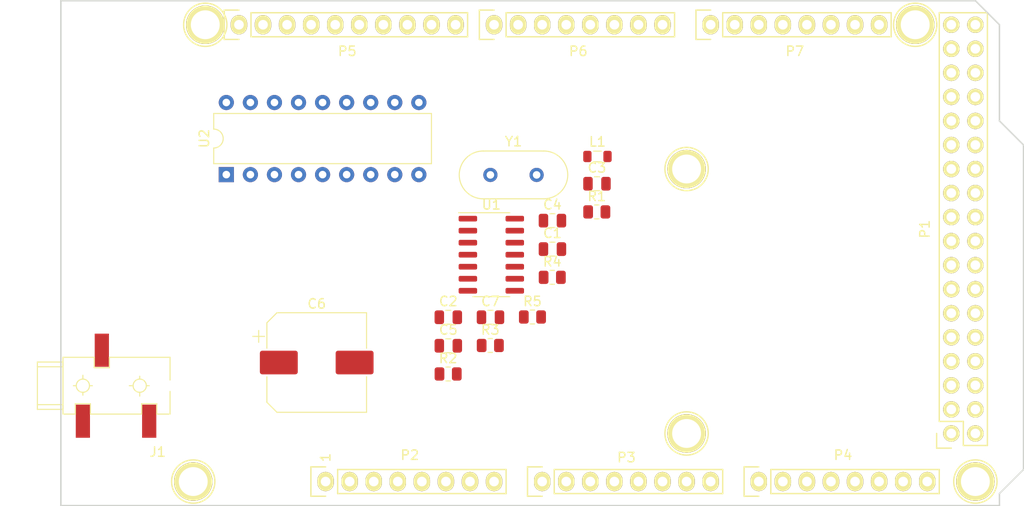
<source format=kicad_pcb>
(kicad_pcb (version 20171130) (host pcbnew "(5.1.10)-1")

  (general
    (thickness 1.6)
    (drawings 27)
    (tracks 0)
    (zones 0)
    (modules 30)
    (nets 29)
  )

  (page A4)
  (title_block
    (date "mar. 31 mars 2015")
  )

  (layers
    (0 F.Cu signal)
    (31 B.Cu signal)
    (32 B.Adhes user)
    (33 F.Adhes user)
    (34 B.Paste user)
    (35 F.Paste user)
    (36 B.SilkS user)
    (37 F.SilkS user)
    (38 B.Mask user)
    (39 F.Mask user)
    (40 Dwgs.User user)
    (41 Cmts.User user)
    (42 Eco1.User user)
    (43 Eco2.User user)
    (44 Edge.Cuts user)
    (45 Margin user)
    (46 B.CrtYd user)
    (47 F.CrtYd user)
    (48 B.Fab user)
    (49 F.Fab user)
  )

  (setup
    (last_trace_width 0.25)
    (trace_clearance 0.2)
    (zone_clearance 0.508)
    (zone_45_only no)
    (trace_min 0.2)
    (via_size 0.6)
    (via_drill 0.4)
    (via_min_size 0.4)
    (via_min_drill 0.3)
    (uvia_size 0.3)
    (uvia_drill 0.1)
    (uvias_allowed no)
    (uvia_min_size 0.2)
    (uvia_min_drill 0.1)
    (edge_width 0.15)
    (segment_width 0.15)
    (pcb_text_width 0.3)
    (pcb_text_size 1.5 1.5)
    (mod_edge_width 0.15)
    (mod_text_size 1 1)
    (mod_text_width 0.15)
    (pad_size 4.064 4.064)
    (pad_drill 3.048)
    (pad_to_mask_clearance 0)
    (aux_axis_origin 103.378 121.666)
    (visible_elements 7FFFFFFF)
    (pcbplotparams
      (layerselection 0x00030_80000001)
      (usegerberextensions false)
      (usegerberattributes true)
      (usegerberadvancedattributes true)
      (creategerberjobfile true)
      (excludeedgelayer true)
      (linewidth 0.100000)
      (plotframeref false)
      (viasonmask false)
      (mode 1)
      (useauxorigin false)
      (hpglpennumber 1)
      (hpglpenspeed 20)
      (hpglpendiameter 15.000000)
      (psnegative false)
      (psa4output false)
      (plotreference true)
      (plotvalue true)
      (plotinvisibletext false)
      (padsonsilk false)
      (subtractmaskfromsilk false)
      (outputformat 1)
      (mirror false)
      (drillshape 1)
      (scaleselection 1)
      (outputdirectory ""))
  )

  (net 0 "")
  (net 1 GND)
  (net 2 +5V)
  (net 3 /A0)
  (net 4 "Net-(C1-Pad2)")
  (net 5 "Net-(C1-Pad1)")
  (net 6 "Net-(C2-Pad1)")
  (net 7 "Net-(C3-Pad2)")
  (net 8 "Net-(C3-Pad1)")
  (net 9 "Net-(C4-Pad2)")
  (net 10 "Net-(C5-Pad2)")
  (net 11 "Net-(C6-Pad1)")
  (net 12 /~CS)
  (net 13 /~IC)
  (net 14 /~WE)
  (net 15 /D0)
  (net 16 /D1)
  (net 17 /D2)
  (net 18 /D3)
  (net 19 /D4)
  (net 20 /D5)
  (net 21 /D6)
  (net 22 /D7)
  (net 23 "Net-(R1-Pad2)")
  (net 24 "Net-(R1-Pad1)")
  (net 25 "Net-(R2-Pad2)")
  (net 26 "Net-(R3-Pad2)")
  (net 27 VREF)
  (net 28 "Net-(U1-Pad13)")

  (net_class Default "This is the default net class."
    (clearance 0.2)
    (trace_width 0.25)
    (via_dia 0.6)
    (via_drill 0.4)
    (uvia_dia 0.3)
    (uvia_drill 0.1)
    (add_net +3V3)
    (add_net +5V)
    (add_net "/0(Rx0)")
    (add_net "/1(Tx0)")
    (add_net "/10(**)")
    (add_net "/11(**)")
    (add_net "/12(**)")
    (add_net "/13(**)")
    (add_net "/14(Tx3)")
    (add_net "/15(Rx3)")
    (add_net "/16(Tx2)")
    (add_net "/17(Rx2)")
    (add_net "/18(Tx1)")
    (add_net "/19(Rx1)")
    (add_net "/2(**)")
    (add_net "/20(SDA)")
    (add_net "/21(SCL)")
    (add_net /22)
    (add_net /23)
    (add_net /24)
    (add_net /25)
    (add_net /26)
    (add_net /27)
    (add_net /28)
    (add_net /29)
    (add_net "/3(**)")
    (add_net /30)
    (add_net /31)
    (add_net /32)
    (add_net /33)
    (add_net /34)
    (add_net /35)
    (add_net /36)
    (add_net /37)
    (add_net /38)
    (add_net /39)
    (add_net "/4(**)")
    (add_net /40)
    (add_net /41)
    (add_net /42)
    (add_net /43)
    (add_net /44)
    (add_net /45)
    (add_net /46)
    (add_net /47)
    (add_net /48)
    (add_net /49)
    (add_net "/5(**)")
    (add_net "/50(MISO)")
    (add_net "/51(MOSI)")
    (add_net "/52(SCK)")
    (add_net "/53(SS)")
    (add_net "/6(**)")
    (add_net "/7(**)")
    (add_net "/8(**)")
    (add_net "/9(**)")
    (add_net /A0)
    (add_net /A4)
    (add_net /A5)
    (add_net /A6)
    (add_net /A7)
    (add_net /AREF)
    (add_net /D0)
    (add_net /D1)
    (add_net /D2)
    (add_net /D3)
    (add_net /D4)
    (add_net /D5)
    (add_net /D6)
    (add_net /D7)
    (add_net /IOREF)
    (add_net /Reset)
    (add_net /SCL)
    (add_net /SDA)
    (add_net /Vin)
    (add_net /~CS)
    (add_net /~IC)
    (add_net /~WE)
    (add_net GND)
    (add_net "Net-(C1-Pad1)")
    (add_net "Net-(C1-Pad2)")
    (add_net "Net-(C2-Pad1)")
    (add_net "Net-(C3-Pad1)")
    (add_net "Net-(C3-Pad2)")
    (add_net "Net-(C4-Pad2)")
    (add_net "Net-(C5-Pad2)")
    (add_net "Net-(C6-Pad1)")
    (add_net "Net-(P10-Pad1)")
    (add_net "Net-(P11-Pad1)")
    (add_net "Net-(P12-Pad1)")
    (add_net "Net-(P13-Pad1)")
    (add_net "Net-(P2-Pad1)")
    (add_net "Net-(P8-Pad1)")
    (add_net "Net-(P9-Pad1)")
    (add_net "Net-(R1-Pad1)")
    (add_net "Net-(R1-Pad2)")
    (add_net "Net-(R2-Pad2)")
    (add_net "Net-(R3-Pad2)")
    (add_net "Net-(U1-Pad13)")
    (add_net VREF)
  )

  (module Crystal:Crystal_HC49-4H_Vertical (layer F.Cu) (tedit 5A1AD3B7) (tstamp 6156A30B)
    (at 148.71 86.73)
    (descr "Crystal THT HC-49-4H http://5hertz.com/pdfs/04404_D.pdf")
    (tags "THT crystalHC-49-4H")
    (path /615075AE)
    (fp_text reference Y1 (at 2.44 -3.525) (layer F.SilkS)
      (effects (font (size 1 1) (thickness 0.15)))
    )
    (fp_text value 3.57MHz (at 2.44 3.525) (layer F.Fab)
      (effects (font (size 1 1) (thickness 0.15)))
    )
    (fp_arc (start 5.64 0) (end 5.64 -2.525) (angle 180) (layer F.SilkS) (width 0.12))
    (fp_arc (start -0.76 0) (end -0.76 -2.525) (angle -180) (layer F.SilkS) (width 0.12))
    (fp_arc (start 5.44 0) (end 5.44 -2) (angle 180) (layer F.Fab) (width 0.1))
    (fp_arc (start -0.56 0) (end -0.56 -2) (angle -180) (layer F.Fab) (width 0.1))
    (fp_arc (start 5.64 0) (end 5.64 -2.325) (angle 180) (layer F.Fab) (width 0.1))
    (fp_arc (start -0.76 0) (end -0.76 -2.325) (angle -180) (layer F.Fab) (width 0.1))
    (fp_text user %R (at 2.44 0) (layer F.Fab)
      (effects (font (size 1 1) (thickness 0.15)))
    )
    (fp_line (start -0.76 -2.325) (end 5.64 -2.325) (layer F.Fab) (width 0.1))
    (fp_line (start -0.76 2.325) (end 5.64 2.325) (layer F.Fab) (width 0.1))
    (fp_line (start -0.56 -2) (end 5.44 -2) (layer F.Fab) (width 0.1))
    (fp_line (start -0.56 2) (end 5.44 2) (layer F.Fab) (width 0.1))
    (fp_line (start -0.76 -2.525) (end 5.64 -2.525) (layer F.SilkS) (width 0.12))
    (fp_line (start -0.76 2.525) (end 5.64 2.525) (layer F.SilkS) (width 0.12))
    (fp_line (start -3.6 -2.8) (end -3.6 2.8) (layer F.CrtYd) (width 0.05))
    (fp_line (start -3.6 2.8) (end 8.5 2.8) (layer F.CrtYd) (width 0.05))
    (fp_line (start 8.5 2.8) (end 8.5 -2.8) (layer F.CrtYd) (width 0.05))
    (fp_line (start 8.5 -2.8) (end -3.6 -2.8) (layer F.CrtYd) (width 0.05))
    (pad 2 thru_hole circle (at 4.88 0) (size 1.5 1.5) (drill 0.8) (layers *.Cu *.Mask)
      (net 10 "Net-(C5-Pad2)"))
    (pad 1 thru_hole circle (at 0 0) (size 1.5 1.5) (drill 0.8) (layers *.Cu *.Mask)
      (net 9 "Net-(C4-Pad2)"))
    (model ${KISYS3DMOD}/Crystal.3dshapes/Crystal_HC49-4H_Vertical.wrl
      (at (xyz 0 0 0))
      (scale (xyz 1 1 1))
      (rotate (xyz 0 0 0))
    )
  )

  (module Package_DIP:DIP-18_W7.62mm (layer F.Cu) (tedit 5A02E8C5) (tstamp 6156A2F4)
    (at 120.84 86.7 90)
    (descr "18-lead though-hole mounted DIP package, row spacing 7.62 mm (300 mils)")
    (tags "THT DIP DIL PDIP 2.54mm 7.62mm 300mil")
    (path /614F00B2)
    (fp_text reference U2 (at 3.81 -2.33 90) (layer F.SilkS)
      (effects (font (size 1 1) (thickness 0.15)))
    )
    (fp_text value YM2413 (at 3.81 22.65 90) (layer F.Fab)
      (effects (font (size 1 1) (thickness 0.15)))
    )
    (fp_text user %R (at 3.81 10.16 90) (layer F.Fab)
      (effects (font (size 1 1) (thickness 0.15)))
    )
    (fp_arc (start 3.81 -1.33) (end 2.81 -1.33) (angle -180) (layer F.SilkS) (width 0.12))
    (fp_line (start 1.635 -1.27) (end 6.985 -1.27) (layer F.Fab) (width 0.1))
    (fp_line (start 6.985 -1.27) (end 6.985 21.59) (layer F.Fab) (width 0.1))
    (fp_line (start 6.985 21.59) (end 0.635 21.59) (layer F.Fab) (width 0.1))
    (fp_line (start 0.635 21.59) (end 0.635 -0.27) (layer F.Fab) (width 0.1))
    (fp_line (start 0.635 -0.27) (end 1.635 -1.27) (layer F.Fab) (width 0.1))
    (fp_line (start 2.81 -1.33) (end 1.16 -1.33) (layer F.SilkS) (width 0.12))
    (fp_line (start 1.16 -1.33) (end 1.16 21.65) (layer F.SilkS) (width 0.12))
    (fp_line (start 1.16 21.65) (end 6.46 21.65) (layer F.SilkS) (width 0.12))
    (fp_line (start 6.46 21.65) (end 6.46 -1.33) (layer F.SilkS) (width 0.12))
    (fp_line (start 6.46 -1.33) (end 4.81 -1.33) (layer F.SilkS) (width 0.12))
    (fp_line (start -1.1 -1.55) (end -1.1 21.85) (layer F.CrtYd) (width 0.05))
    (fp_line (start -1.1 21.85) (end 8.7 21.85) (layer F.CrtYd) (width 0.05))
    (fp_line (start 8.7 21.85) (end 8.7 -1.55) (layer F.CrtYd) (width 0.05))
    (fp_line (start 8.7 -1.55) (end -1.1 -1.55) (layer F.CrtYd) (width 0.05))
    (pad 18 thru_hole oval (at 7.62 0 90) (size 1.6 1.6) (drill 0.8) (layers *.Cu *.Mask)
      (net 16 /D1))
    (pad 9 thru_hole oval (at 0 20.32 90) (size 1.6 1.6) (drill 0.8) (layers *.Cu *.Mask)
      (net 10 "Net-(C5-Pad2)"))
    (pad 17 thru_hole oval (at 7.62 2.54 90) (size 1.6 1.6) (drill 0.8) (layers *.Cu *.Mask)
      (net 15 /D0))
    (pad 8 thru_hole oval (at 0 17.78 90) (size 1.6 1.6) (drill 0.8) (layers *.Cu *.Mask)
      (net 9 "Net-(C4-Pad2)"))
    (pad 16 thru_hole oval (at 7.62 5.08 90) (size 1.6 1.6) (drill 0.8) (layers *.Cu *.Mask)
      (net 2 +5V))
    (pad 7 thru_hole oval (at 0 15.24 90) (size 1.6 1.6) (drill 0.8) (layers *.Cu *.Mask)
      (net 22 /D7))
    (pad 15 thru_hole oval (at 7.62 7.62 90) (size 1.6 1.6) (drill 0.8) (layers *.Cu *.Mask)
      (net 23 "Net-(R1-Pad2)"))
    (pad 6 thru_hole oval (at 0 12.7 90) (size 1.6 1.6) (drill 0.8) (layers *.Cu *.Mask)
      (net 21 /D6))
    (pad 14 thru_hole oval (at 7.62 10.16 90) (size 1.6 1.6) (drill 0.8) (layers *.Cu *.Mask)
      (net 26 "Net-(R3-Pad2)"))
    (pad 5 thru_hole oval (at 0 10.16 90) (size 1.6 1.6) (drill 0.8) (layers *.Cu *.Mask)
      (net 20 /D5))
    (pad 13 thru_hole oval (at 7.62 12.7 90) (size 1.6 1.6) (drill 0.8) (layers *.Cu *.Mask)
      (net 13 /~IC))
    (pad 4 thru_hole oval (at 0 7.62 90) (size 1.6 1.6) (drill 0.8) (layers *.Cu *.Mask)
      (net 19 /D4))
    (pad 12 thru_hole oval (at 7.62 15.24 90) (size 1.6 1.6) (drill 0.8) (layers *.Cu *.Mask)
      (net 12 /~CS))
    (pad 3 thru_hole oval (at 0 5.08 90) (size 1.6 1.6) (drill 0.8) (layers *.Cu *.Mask)
      (net 18 /D3))
    (pad 11 thru_hole oval (at 7.62 17.78 90) (size 1.6 1.6) (drill 0.8) (layers *.Cu *.Mask)
      (net 14 /~WE))
    (pad 2 thru_hole oval (at 0 2.54 90) (size 1.6 1.6) (drill 0.8) (layers *.Cu *.Mask)
      (net 17 /D2))
    (pad 10 thru_hole oval (at 7.62 20.32 90) (size 1.6 1.6) (drill 0.8) (layers *.Cu *.Mask)
      (net 3 /A0))
    (pad 1 thru_hole rect (at 0 0 90) (size 1.6 1.6) (drill 0.8) (layers *.Cu *.Mask)
      (net 1 GND))
    (model ${KISYS3DMOD}/Package_DIP.3dshapes/DIP-18_W7.62mm.wrl
      (at (xyz 0 0 0))
      (scale (xyz 1 1 1))
      (rotate (xyz 0 0 0))
    )
  )

  (module Package_SO:SOIC-14_3.9x8.7mm_P1.27mm (layer F.Cu) (tedit 5D9F72B1) (tstamp 6156A2CE)
    (at 148.81 95.16)
    (descr "SOIC, 14 Pin (JEDEC MS-012AB, https://www.analog.com/media/en/package-pcb-resources/package/pkg_pdf/soic_narrow-r/r_14.pdf), generated with kicad-footprint-generator ipc_gullwing_generator.py")
    (tags "SOIC SO")
    (path /614FF0D2)
    (attr smd)
    (fp_text reference U1 (at 0 -5.28) (layer F.SilkS)
      (effects (font (size 1 1) (thickness 0.15)))
    )
    (fp_text value LMC660AIM (at 0 5.28) (layer F.Fab)
      (effects (font (size 1 1) (thickness 0.15)))
    )
    (fp_text user %R (at 0 0) (layer F.Fab)
      (effects (font (size 0.98 0.98) (thickness 0.15)))
    )
    (fp_line (start 0 4.435) (end 1.95 4.435) (layer F.SilkS) (width 0.12))
    (fp_line (start 0 4.435) (end -1.95 4.435) (layer F.SilkS) (width 0.12))
    (fp_line (start 0 -4.435) (end 1.95 -4.435) (layer F.SilkS) (width 0.12))
    (fp_line (start 0 -4.435) (end -3.45 -4.435) (layer F.SilkS) (width 0.12))
    (fp_line (start -0.975 -4.325) (end 1.95 -4.325) (layer F.Fab) (width 0.1))
    (fp_line (start 1.95 -4.325) (end 1.95 4.325) (layer F.Fab) (width 0.1))
    (fp_line (start 1.95 4.325) (end -1.95 4.325) (layer F.Fab) (width 0.1))
    (fp_line (start -1.95 4.325) (end -1.95 -3.35) (layer F.Fab) (width 0.1))
    (fp_line (start -1.95 -3.35) (end -0.975 -4.325) (layer F.Fab) (width 0.1))
    (fp_line (start -3.7 -4.58) (end -3.7 4.58) (layer F.CrtYd) (width 0.05))
    (fp_line (start -3.7 4.58) (end 3.7 4.58) (layer F.CrtYd) (width 0.05))
    (fp_line (start 3.7 4.58) (end 3.7 -4.58) (layer F.CrtYd) (width 0.05))
    (fp_line (start 3.7 -4.58) (end -3.7 -4.58) (layer F.CrtYd) (width 0.05))
    (pad 14 smd roundrect (at 2.475 -3.81) (size 1.95 0.6) (layers F.Cu F.Paste F.Mask) (roundrect_rratio 0.25)
      (net 28 "Net-(U1-Pad13)"))
    (pad 13 smd roundrect (at 2.475 -2.54) (size 1.95 0.6) (layers F.Cu F.Paste F.Mask) (roundrect_rratio 0.25)
      (net 28 "Net-(U1-Pad13)"))
    (pad 12 smd roundrect (at 2.475 -1.27) (size 1.95 0.6) (layers F.Cu F.Paste F.Mask) (roundrect_rratio 0.25)
      (net 27 VREF))
    (pad 11 smd roundrect (at 2.475 0) (size 1.95 0.6) (layers F.Cu F.Paste F.Mask) (roundrect_rratio 0.25)
      (net 1 GND))
    (pad 10 smd roundrect (at 2.475 1.27) (size 1.95 0.6) (layers F.Cu F.Paste F.Mask) (roundrect_rratio 0.25)
      (net 6 "Net-(C2-Pad1)"))
    (pad 9 smd roundrect (at 2.475 2.54) (size 1.95 0.6) (layers F.Cu F.Paste F.Mask) (roundrect_rratio 0.25)
      (net 7 "Net-(C3-Pad2)"))
    (pad 8 smd roundrect (at 2.475 3.81) (size 1.95 0.6) (layers F.Cu F.Paste F.Mask) (roundrect_rratio 0.25)
      (net 7 "Net-(C3-Pad2)"))
    (pad 7 smd roundrect (at -2.475 3.81) (size 1.95 0.6) (layers F.Cu F.Paste F.Mask) (roundrect_rratio 0.25)
      (net 25 "Net-(R2-Pad2)"))
    (pad 6 smd roundrect (at -2.475 2.54) (size 1.95 0.6) (layers F.Cu F.Paste F.Mask) (roundrect_rratio 0.25)
      (net 28 "Net-(U1-Pad13)"))
    (pad 5 smd roundrect (at -2.475 1.27) (size 1.95 0.6) (layers F.Cu F.Paste F.Mask) (roundrect_rratio 0.25)
      (net 24 "Net-(R1-Pad1)"))
    (pad 4 smd roundrect (at -2.475 0) (size 1.95 0.6) (layers F.Cu F.Paste F.Mask) (roundrect_rratio 0.25)
      (net 2 +5V))
    (pad 3 smd roundrect (at -2.475 -1.27) (size 1.95 0.6) (layers F.Cu F.Paste F.Mask) (roundrect_rratio 0.25)
      (net 6 "Net-(C2-Pad1)"))
    (pad 2 smd roundrect (at -2.475 -2.54) (size 1.95 0.6) (layers F.Cu F.Paste F.Mask) (roundrect_rratio 0.25)
      (net 4 "Net-(C1-Pad2)"))
    (pad 1 smd roundrect (at -2.475 -3.81) (size 1.95 0.6) (layers F.Cu F.Paste F.Mask) (roundrect_rratio 0.25)
      (net 4 "Net-(C1-Pad2)"))
    (model ${KISYS3DMOD}/Package_SO.3dshapes/SOIC-14_3.9x8.7mm_P1.27mm.wrl
      (at (xyz 0 0 0))
      (scale (xyz 1 1 1))
      (rotate (xyz 0 0 0))
    )
  )

  (module Resistor_SMD:R_0805_2012Metric (layer F.Cu) (tedit 5F68FEEE) (tstamp 6156A2AE)
    (at 153.15 101.74)
    (descr "Resistor SMD 0805 (2012 Metric), square (rectangular) end terminal, IPC_7351 nominal, (Body size source: IPC-SM-782 page 72, https://www.pcb-3d.com/wordpress/wp-content/uploads/ipc-sm-782a_amendment_1_and_2.pdf), generated with kicad-footprint-generator")
    (tags resistor)
    (path /6150BE75)
    (attr smd)
    (fp_text reference R5 (at 0 -1.65) (layer F.SilkS)
      (effects (font (size 1 1) (thickness 0.15)))
    )
    (fp_text value 4k7 (at 0 1.65) (layer F.Fab)
      (effects (font (size 1 1) (thickness 0.15)))
    )
    (fp_text user %R (at 0 0) (layer F.Fab)
      (effects (font (size 0.5 0.5) (thickness 0.08)))
    )
    (fp_line (start -1 0.625) (end -1 -0.625) (layer F.Fab) (width 0.1))
    (fp_line (start -1 -0.625) (end 1 -0.625) (layer F.Fab) (width 0.1))
    (fp_line (start 1 -0.625) (end 1 0.625) (layer F.Fab) (width 0.1))
    (fp_line (start 1 0.625) (end -1 0.625) (layer F.Fab) (width 0.1))
    (fp_line (start -0.227064 -0.735) (end 0.227064 -0.735) (layer F.SilkS) (width 0.12))
    (fp_line (start -0.227064 0.735) (end 0.227064 0.735) (layer F.SilkS) (width 0.12))
    (fp_line (start -1.68 0.95) (end -1.68 -0.95) (layer F.CrtYd) (width 0.05))
    (fp_line (start -1.68 -0.95) (end 1.68 -0.95) (layer F.CrtYd) (width 0.05))
    (fp_line (start 1.68 -0.95) (end 1.68 0.95) (layer F.CrtYd) (width 0.05))
    (fp_line (start 1.68 0.95) (end -1.68 0.95) (layer F.CrtYd) (width 0.05))
    (pad 2 smd roundrect (at 0.9125 0) (size 1.025 1.4) (layers F.Cu F.Paste F.Mask) (roundrect_rratio 0.243902)
      (net 27 VREF))
    (pad 1 smd roundrect (at -0.9125 0) (size 1.025 1.4) (layers F.Cu F.Paste F.Mask) (roundrect_rratio 0.243902)
      (net 1 GND))
    (model ${KISYS3DMOD}/Resistor_SMD.3dshapes/R_0805_2012Metric.wrl
      (at (xyz 0 0 0))
      (scale (xyz 1 1 1))
      (rotate (xyz 0 0 0))
    )
  )

  (module Resistor_SMD:R_0805_2012Metric (layer F.Cu) (tedit 5F68FEEE) (tstamp 6156A29D)
    (at 155.24 97.55)
    (descr "Resistor SMD 0805 (2012 Metric), square (rectangular) end terminal, IPC_7351 nominal, (Body size source: IPC-SM-782 page 72, https://www.pcb-3d.com/wordpress/wp-content/uploads/ipc-sm-782a_amendment_1_and_2.pdf), generated with kicad-footprint-generator")
    (tags resistor)
    (path /6150B6A7)
    (attr smd)
    (fp_text reference R4 (at 0 -1.65) (layer F.SilkS)
      (effects (font (size 1 1) (thickness 0.15)))
    )
    (fp_text value 10K (at 0 1.65) (layer F.Fab)
      (effects (font (size 1 1) (thickness 0.15)))
    )
    (fp_text user %R (at 0 0) (layer F.Fab)
      (effects (font (size 0.5 0.5) (thickness 0.08)))
    )
    (fp_line (start -1 0.625) (end -1 -0.625) (layer F.Fab) (width 0.1))
    (fp_line (start -1 -0.625) (end 1 -0.625) (layer F.Fab) (width 0.1))
    (fp_line (start 1 -0.625) (end 1 0.625) (layer F.Fab) (width 0.1))
    (fp_line (start 1 0.625) (end -1 0.625) (layer F.Fab) (width 0.1))
    (fp_line (start -0.227064 -0.735) (end 0.227064 -0.735) (layer F.SilkS) (width 0.12))
    (fp_line (start -0.227064 0.735) (end 0.227064 0.735) (layer F.SilkS) (width 0.12))
    (fp_line (start -1.68 0.95) (end -1.68 -0.95) (layer F.CrtYd) (width 0.05))
    (fp_line (start -1.68 -0.95) (end 1.68 -0.95) (layer F.CrtYd) (width 0.05))
    (fp_line (start 1.68 -0.95) (end 1.68 0.95) (layer F.CrtYd) (width 0.05))
    (fp_line (start 1.68 0.95) (end -1.68 0.95) (layer F.CrtYd) (width 0.05))
    (pad 2 smd roundrect (at 0.9125 0) (size 1.025 1.4) (layers F.Cu F.Paste F.Mask) (roundrect_rratio 0.243902)
      (net 11 "Net-(C6-Pad1)"))
    (pad 1 smd roundrect (at -0.9125 0) (size 1.025 1.4) (layers F.Cu F.Paste F.Mask) (roundrect_rratio 0.243902)
      (net 27 VREF))
    (model ${KISYS3DMOD}/Resistor_SMD.3dshapes/R_0805_2012Metric.wrl
      (at (xyz 0 0 0))
      (scale (xyz 1 1 1))
      (rotate (xyz 0 0 0))
    )
  )

  (module Resistor_SMD:R_0805_2012Metric (layer F.Cu) (tedit 5F68FEEE) (tstamp 6156A28C)
    (at 148.7 104.75)
    (descr "Resistor SMD 0805 (2012 Metric), square (rectangular) end terminal, IPC_7351 nominal, (Body size source: IPC-SM-782 page 72, https://www.pcb-3d.com/wordpress/wp-content/uploads/ipc-sm-782a_amendment_1_and_2.pdf), generated with kicad-footprint-generator")
    (tags resistor)
    (path /614FEC01)
    (attr smd)
    (fp_text reference R3 (at 0 -1.65) (layer F.SilkS)
      (effects (font (size 1 1) (thickness 0.15)))
    )
    (fp_text value 2k2 (at 0 1.65) (layer F.Fab)
      (effects (font (size 1 1) (thickness 0.15)))
    )
    (fp_text user %R (at 0 0) (layer F.Fab)
      (effects (font (size 0.5 0.5) (thickness 0.08)))
    )
    (fp_line (start -1 0.625) (end -1 -0.625) (layer F.Fab) (width 0.1))
    (fp_line (start -1 -0.625) (end 1 -0.625) (layer F.Fab) (width 0.1))
    (fp_line (start 1 -0.625) (end 1 0.625) (layer F.Fab) (width 0.1))
    (fp_line (start 1 0.625) (end -1 0.625) (layer F.Fab) (width 0.1))
    (fp_line (start -0.227064 -0.735) (end 0.227064 -0.735) (layer F.SilkS) (width 0.12))
    (fp_line (start -0.227064 0.735) (end 0.227064 0.735) (layer F.SilkS) (width 0.12))
    (fp_line (start -1.68 0.95) (end -1.68 -0.95) (layer F.CrtYd) (width 0.05))
    (fp_line (start -1.68 -0.95) (end 1.68 -0.95) (layer F.CrtYd) (width 0.05))
    (fp_line (start 1.68 -0.95) (end 1.68 0.95) (layer F.CrtYd) (width 0.05))
    (fp_line (start 1.68 0.95) (end -1.68 0.95) (layer F.CrtYd) (width 0.05))
    (pad 2 smd roundrect (at 0.9125 0) (size 1.025 1.4) (layers F.Cu F.Paste F.Mask) (roundrect_rratio 0.243902)
      (net 26 "Net-(R3-Pad2)"))
    (pad 1 smd roundrect (at -0.9125 0) (size 1.025 1.4) (layers F.Cu F.Paste F.Mask) (roundrect_rratio 0.243902)
      (net 24 "Net-(R1-Pad1)"))
    (model ${KISYS3DMOD}/Resistor_SMD.3dshapes/R_0805_2012Metric.wrl
      (at (xyz 0 0 0))
      (scale (xyz 1 1 1))
      (rotate (xyz 0 0 0))
    )
  )

  (module Resistor_SMD:R_0805_2012Metric (layer F.Cu) (tedit 5F68FEEE) (tstamp 6156A27B)
    (at 144.25 107.76)
    (descr "Resistor SMD 0805 (2012 Metric), square (rectangular) end terminal, IPC_7351 nominal, (Body size source: IPC-SM-782 page 72, https://www.pcb-3d.com/wordpress/wp-content/uploads/ipc-sm-782a_amendment_1_and_2.pdf), generated with kicad-footprint-generator")
    (tags resistor)
    (path /615037FD)
    (attr smd)
    (fp_text reference R2 (at 0 -1.65) (layer F.SilkS)
      (effects (font (size 1 1) (thickness 0.15)))
    )
    (fp_text value 4k7 (at 0 1.65) (layer F.Fab)
      (effects (font (size 1 1) (thickness 0.15)))
    )
    (fp_text user %R (at 0 0) (layer F.Fab)
      (effects (font (size 0.5 0.5) (thickness 0.08)))
    )
    (fp_line (start -1 0.625) (end -1 -0.625) (layer F.Fab) (width 0.1))
    (fp_line (start -1 -0.625) (end 1 -0.625) (layer F.Fab) (width 0.1))
    (fp_line (start 1 -0.625) (end 1 0.625) (layer F.Fab) (width 0.1))
    (fp_line (start 1 0.625) (end -1 0.625) (layer F.Fab) (width 0.1))
    (fp_line (start -0.227064 -0.735) (end 0.227064 -0.735) (layer F.SilkS) (width 0.12))
    (fp_line (start -0.227064 0.735) (end 0.227064 0.735) (layer F.SilkS) (width 0.12))
    (fp_line (start -1.68 0.95) (end -1.68 -0.95) (layer F.CrtYd) (width 0.05))
    (fp_line (start -1.68 -0.95) (end 1.68 -0.95) (layer F.CrtYd) (width 0.05))
    (fp_line (start 1.68 -0.95) (end 1.68 0.95) (layer F.CrtYd) (width 0.05))
    (fp_line (start 1.68 0.95) (end -1.68 0.95) (layer F.CrtYd) (width 0.05))
    (pad 2 smd roundrect (at 0.9125 0) (size 1.025 1.4) (layers F.Cu F.Paste F.Mask) (roundrect_rratio 0.243902)
      (net 25 "Net-(R2-Pad2)"))
    (pad 1 smd roundrect (at -0.9125 0) (size 1.025 1.4) (layers F.Cu F.Paste F.Mask) (roundrect_rratio 0.243902)
      (net 6 "Net-(C2-Pad1)"))
    (model ${KISYS3DMOD}/Resistor_SMD.3dshapes/R_0805_2012Metric.wrl
      (at (xyz 0 0 0))
      (scale (xyz 1 1 1))
      (rotate (xyz 0 0 0))
    )
  )

  (module Resistor_SMD:R_0805_2012Metric (layer F.Cu) (tedit 5F68FEEE) (tstamp 6156A26A)
    (at 159.94 90.64)
    (descr "Resistor SMD 0805 (2012 Metric), square (rectangular) end terminal, IPC_7351 nominal, (Body size source: IPC-SM-782 page 72, https://www.pcb-3d.com/wordpress/wp-content/uploads/ipc-sm-782a_amendment_1_and_2.pdf), generated with kicad-footprint-generator")
    (tags resistor)
    (path /614FE0B4)
    (attr smd)
    (fp_text reference R1 (at 0 -1.65) (layer F.SilkS)
      (effects (font (size 1 1) (thickness 0.15)))
    )
    (fp_text value 2k2 (at 0 1.65) (layer F.Fab)
      (effects (font (size 1 1) (thickness 0.15)))
    )
    (fp_text user %R (at 0 0) (layer F.Fab)
      (effects (font (size 0.5 0.5) (thickness 0.08)))
    )
    (fp_line (start -1 0.625) (end -1 -0.625) (layer F.Fab) (width 0.1))
    (fp_line (start -1 -0.625) (end 1 -0.625) (layer F.Fab) (width 0.1))
    (fp_line (start 1 -0.625) (end 1 0.625) (layer F.Fab) (width 0.1))
    (fp_line (start 1 0.625) (end -1 0.625) (layer F.Fab) (width 0.1))
    (fp_line (start -0.227064 -0.735) (end 0.227064 -0.735) (layer F.SilkS) (width 0.12))
    (fp_line (start -0.227064 0.735) (end 0.227064 0.735) (layer F.SilkS) (width 0.12))
    (fp_line (start -1.68 0.95) (end -1.68 -0.95) (layer F.CrtYd) (width 0.05))
    (fp_line (start -1.68 -0.95) (end 1.68 -0.95) (layer F.CrtYd) (width 0.05))
    (fp_line (start 1.68 -0.95) (end 1.68 0.95) (layer F.CrtYd) (width 0.05))
    (fp_line (start 1.68 0.95) (end -1.68 0.95) (layer F.CrtYd) (width 0.05))
    (pad 2 smd roundrect (at 0.9125 0) (size 1.025 1.4) (layers F.Cu F.Paste F.Mask) (roundrect_rratio 0.243902)
      (net 23 "Net-(R1-Pad2)"))
    (pad 1 smd roundrect (at -0.9125 0) (size 1.025 1.4) (layers F.Cu F.Paste F.Mask) (roundrect_rratio 0.243902)
      (net 24 "Net-(R1-Pad1)"))
    (model ${KISYS3DMOD}/Resistor_SMD.3dshapes/R_0805_2012Metric.wrl
      (at (xyz 0 0 0))
      (scale (xyz 1 1 1))
      (rotate (xyz 0 0 0))
    )
  )

  (module Inductor_SMD:L_0805_2012Metric (layer F.Cu) (tedit 5F68FEF0) (tstamp 6156A0AB)
    (at 160.01 84.78)
    (descr "Inductor SMD 0805 (2012 Metric), square (rectangular) end terminal, IPC_7351 nominal, (Body size source: IPC-SM-782 page 80, https://www.pcb-3d.com/wordpress/wp-content/uploads/ipc-sm-782a_amendment_1_and_2.pdf), generated with kicad-footprint-generator")
    (tags inductor)
    (path /6150A454)
    (attr smd)
    (fp_text reference L1 (at 0 -1.55) (layer F.SilkS)
      (effects (font (size 1 1) (thickness 0.15)))
    )
    (fp_text value 1mH (at 0 1.55) (layer F.Fab)
      (effects (font (size 1 1) (thickness 0.15)))
    )
    (fp_text user %R (at 0 0) (layer F.Fab)
      (effects (font (size 0.5 0.5) (thickness 0.08)))
    )
    (fp_line (start -1 0.45) (end -1 -0.45) (layer F.Fab) (width 0.1))
    (fp_line (start -1 -0.45) (end 1 -0.45) (layer F.Fab) (width 0.1))
    (fp_line (start 1 -0.45) (end 1 0.45) (layer F.Fab) (width 0.1))
    (fp_line (start 1 0.45) (end -1 0.45) (layer F.Fab) (width 0.1))
    (fp_line (start -0.399622 -0.56) (end 0.399622 -0.56) (layer F.SilkS) (width 0.12))
    (fp_line (start -0.399622 0.56) (end 0.399622 0.56) (layer F.SilkS) (width 0.12))
    (fp_line (start -1.75 0.85) (end -1.75 -0.85) (layer F.CrtYd) (width 0.05))
    (fp_line (start -1.75 -0.85) (end 1.75 -0.85) (layer F.CrtYd) (width 0.05))
    (fp_line (start 1.75 -0.85) (end 1.75 0.85) (layer F.CrtYd) (width 0.05))
    (fp_line (start 1.75 0.85) (end -1.75 0.85) (layer F.CrtYd) (width 0.05))
    (pad 2 smd roundrect (at 1.0625 0) (size 0.875 1.2) (layers F.Cu F.Paste F.Mask) (roundrect_rratio 0.25)
      (net 11 "Net-(C6-Pad1)"))
    (pad 1 smd roundrect (at -1.0625 0) (size 0.875 1.2) (layers F.Cu F.Paste F.Mask) (roundrect_rratio 0.25)
      (net 2 +5V))
    (model ${KISYS3DMOD}/Inductor_SMD.3dshapes/L_0805_2012Metric.wrl
      (at (xyz 0 0 0))
      (scale (xyz 1 1 1))
      (rotate (xyz 0 0 0))
    )
  )

  (module 3K:PJ-320B (layer F.Cu) (tedit 61561518) (tstamp 6156A09A)
    (at 103.6 109)
    (path /615065C7)
    (fp_text reference J1 (at 10 7) (layer F.SilkS)
      (effects (font (size 1 1) (thickness 0.15)))
    )
    (fp_text value AudioJack3 (at 0 7) (layer F.Fab) hide
      (effects (font (size 1 1) (thickness 0.15)))
    )
    (fp_line (start -3.5 -6) (end -3 -6) (layer F.CrtYd) (width 0.12))
    (fp_line (start -3.5 6) (end -3.5 -6) (layer F.CrtYd) (width 0.12))
    (fp_line (start 12 6) (end -3.5 6) (layer F.CrtYd) (width 0.12))
    (fp_line (start 12 -6) (end 12 6) (layer F.CrtYd) (width 0.12))
    (fp_line (start -3 -6) (end 12 -6) (layer F.CrtYd) (width 0.12))
    (fp_line (start 2.1 0.7) (end 2.1 1) (layer F.SilkS) (width 0.12))
    (fp_line (start 1.4 0) (end 1.1 0) (layer F.SilkS) (width 0.12))
    (fp_line (start 2.1 -0.7) (end 2.1 -1.1) (layer F.SilkS) (width 0.12))
    (fp_line (start 2.8 0) (end 3.1 0) (layer F.SilkS) (width 0.12))
    (fp_line (start 7.4 0) (end 7 0) (layer F.SilkS) (width 0.12))
    (fp_line (start 8.1 0.7) (end 8.1 1.1) (layer F.SilkS) (width 0.12))
    (fp_line (start 8.8 0) (end 9.1 0) (layer F.SilkS) (width 0.12))
    (fp_line (start 8.1 -0.7) (end 8.1 -1) (layer F.SilkS) (width 0.12))
    (fp_circle (center 8.1 0) (end 8.1 0.7) (layer F.SilkS) (width 0.12))
    (fp_circle (center 2.1 0) (end 2.1 0.7) (layer F.SilkS) (width 0.12))
    (fp_line (start 0 2) (end -2.7 2) (layer F.SilkS) (width 0.12))
    (fp_line (start 0 2.5) (end 0 2) (layer F.SilkS) (width 0.12))
    (fp_line (start 0 -2) (end -2.7 -2) (layer F.SilkS) (width 0.12))
    (fp_line (start 0 -2.5) (end 0 -2) (layer F.SilkS) (width 0.12))
    (fp_line (start 9.9 1.9) (end 9.9 3) (layer F.SilkS) (width 0.12))
    (fp_line (start 8.3 1.9) (end 9.9 1.9) (layer F.SilkS) (width 0.12))
    (fp_line (start 8.3 3) (end 8.3 1.9) (layer F.SilkS) (width 0.12))
    (fp_line (start 2.9 1.9) (end 2.9 3) (layer F.SilkS) (width 0.12))
    (fp_line (start 1.3 1.9) (end 2.9 1.9) (layer F.SilkS) (width 0.12))
    (fp_line (start 1.3 3) (end 1.3 1.9) (layer F.SilkS) (width 0.12))
    (fp_line (start 4.9 -1.9) (end 4.9 -3) (layer F.SilkS) (width 0.12))
    (fp_line (start 3.3 -1.9) (end 4.9 -1.9) (layer F.SilkS) (width 0.12))
    (fp_line (start 3.3 -3) (end 3.3 -1.9) (layer F.SilkS) (width 0.12))
    (fp_line (start 11.3 -3) (end 4.9 -3) (layer F.SilkS) (width 0.12))
    (fp_line (start 11.3 -0.6) (end 11.3 -3) (layer F.SilkS) (width 0.12))
    (fp_line (start 11.3 3) (end 11.3 0.6) (layer F.SilkS) (width 0.12))
    (fp_line (start 9.9 3) (end 11.3 3) (layer F.SilkS) (width 0.12))
    (fp_line (start 2.9 3) (end 8.3 3) (layer F.SilkS) (width 0.12))
    (fp_line (start 0 3) (end 0 -2.5) (layer F.SilkS) (width 0.12))
    (fp_line (start 0 3) (end 1.3 3) (layer F.SilkS) (width 0.12))
    (fp_line (start -2.7 2.5) (end 0 2.5) (layer F.SilkS) (width 0.12))
    (fp_line (start -2.7 -2.5) (end -2.7 2.5) (layer F.SilkS) (width 0.12))
    (fp_line (start 0 -3) (end 3.3 -3) (layer F.SilkS) (width 0.12))
    (fp_line (start 0 -2.5) (end 0 -3) (layer F.SilkS) (width 0.12))
    (fp_line (start -2.7 -2.5) (end 0 -2.5) (layer F.SilkS) (width 0.12))
    (pad R smd rect (at 4.1 -3.75) (size 1.5 3.5) (layers F.Cu F.Paste F.Mask)
      (net 8 "Net-(C3-Pad1)"))
    (pad T smd rect (at 9.1 3.75) (size 1.5 3.5) (layers F.Cu F.Paste F.Mask)
      (net 5 "Net-(C1-Pad1)"))
    (pad S smd rect (at 2.1 3.75) (size 1.5 3.5) (layers F.Cu F.Paste F.Mask)
      (net 1 GND))
    (pad "" np_thru_hole circle (at 8.1 0) (size 1.2 1.2) (drill 1.2) (layers *.Cu *.Mask))
    (pad "" np_thru_hole circle (at 2.1 0) (size 1.2 1.2) (drill 1.2) (layers *.Cu *.Mask))
  )

  (module Capacitor_SMD:C_0805_2012Metric (layer F.Cu) (tedit 5F68FEEE) (tstamp 6156A069)
    (at 148.72 101.77)
    (descr "Capacitor SMD 0805 (2012 Metric), square (rectangular) end terminal, IPC_7351 nominal, (Body size source: IPC-SM-782 page 76, https://www.pcb-3d.com/wordpress/wp-content/uploads/ipc-sm-782a_amendment_1_and_2.pdf, https://docs.google.com/spreadsheets/d/1BsfQQcO9C6DZCsRaXUlFlo91Tg2WpOkGARC1WS5S8t0/edit?usp=sharing), generated with kicad-footprint-generator")
    (tags capacitor)
    (path /61509605)
    (attr smd)
    (fp_text reference C7 (at 0 -1.68) (layer F.SilkS)
      (effects (font (size 1 1) (thickness 0.15)))
    )
    (fp_text value 100nF (at 0 1.68) (layer F.Fab)
      (effects (font (size 1 1) (thickness 0.15)))
    )
    (fp_text user %R (at 0 0) (layer F.Fab)
      (effects (font (size 0.5 0.5) (thickness 0.08)))
    )
    (fp_line (start -1 0.625) (end -1 -0.625) (layer F.Fab) (width 0.1))
    (fp_line (start -1 -0.625) (end 1 -0.625) (layer F.Fab) (width 0.1))
    (fp_line (start 1 -0.625) (end 1 0.625) (layer F.Fab) (width 0.1))
    (fp_line (start 1 0.625) (end -1 0.625) (layer F.Fab) (width 0.1))
    (fp_line (start -0.261252 -0.735) (end 0.261252 -0.735) (layer F.SilkS) (width 0.12))
    (fp_line (start -0.261252 0.735) (end 0.261252 0.735) (layer F.SilkS) (width 0.12))
    (fp_line (start -1.7 0.98) (end -1.7 -0.98) (layer F.CrtYd) (width 0.05))
    (fp_line (start -1.7 -0.98) (end 1.7 -0.98) (layer F.CrtYd) (width 0.05))
    (fp_line (start 1.7 -0.98) (end 1.7 0.98) (layer F.CrtYd) (width 0.05))
    (fp_line (start 1.7 0.98) (end -1.7 0.98) (layer F.CrtYd) (width 0.05))
    (pad 2 smd roundrect (at 0.95 0) (size 1 1.45) (layers F.Cu F.Paste F.Mask) (roundrect_rratio 0.25)
      (net 2 +5V))
    (pad 1 smd roundrect (at -0.95 0) (size 1 1.45) (layers F.Cu F.Paste F.Mask) (roundrect_rratio 0.25)
      (net 1 GND))
    (model ${KISYS3DMOD}/Capacitor_SMD.3dshapes/C_0805_2012Metric.wrl
      (at (xyz 0 0 0))
      (scale (xyz 1 1 1))
      (rotate (xyz 0 0 0))
    )
  )

  (module Capacitor_SMD:CP_Elec_10x10 (layer F.Cu) (tedit 5BCA39D1) (tstamp 6156A058)
    (at 130.38 106.55)
    (descr "SMD capacitor, aluminum electrolytic, Nichicon, 10.0x10.0mm")
    (tags "capacitor electrolytic")
    (path /6150AD1E)
    (attr smd)
    (fp_text reference C6 (at 0 -6.2) (layer F.SilkS)
      (effects (font (size 1 1) (thickness 0.15)))
    )
    (fp_text value 1000uF (at 0 6.2) (layer F.Fab)
      (effects (font (size 1 1) (thickness 0.15)))
    )
    (fp_text user %R (at 0 0) (layer F.Fab)
      (effects (font (size 1 1) (thickness 0.15)))
    )
    (fp_circle (center 0 0) (end 5 0) (layer F.Fab) (width 0.1))
    (fp_line (start 5.15 -5.15) (end 5.15 5.15) (layer F.Fab) (width 0.1))
    (fp_line (start -4.15 -5.15) (end 5.15 -5.15) (layer F.Fab) (width 0.1))
    (fp_line (start -4.15 5.15) (end 5.15 5.15) (layer F.Fab) (width 0.1))
    (fp_line (start -5.15 -4.15) (end -5.15 4.15) (layer F.Fab) (width 0.1))
    (fp_line (start -5.15 -4.15) (end -4.15 -5.15) (layer F.Fab) (width 0.1))
    (fp_line (start -5.15 4.15) (end -4.15 5.15) (layer F.Fab) (width 0.1))
    (fp_line (start -4.558325 -1.7) (end -3.558325 -1.7) (layer F.Fab) (width 0.1))
    (fp_line (start -4.058325 -2.2) (end -4.058325 -1.2) (layer F.Fab) (width 0.1))
    (fp_line (start 5.26 5.26) (end 5.26 1.51) (layer F.SilkS) (width 0.12))
    (fp_line (start 5.26 -5.26) (end 5.26 -1.51) (layer F.SilkS) (width 0.12))
    (fp_line (start -4.195563 -5.26) (end 5.26 -5.26) (layer F.SilkS) (width 0.12))
    (fp_line (start -4.195563 5.26) (end 5.26 5.26) (layer F.SilkS) (width 0.12))
    (fp_line (start -5.26 4.195563) (end -5.26 1.51) (layer F.SilkS) (width 0.12))
    (fp_line (start -5.26 -4.195563) (end -5.26 -1.51) (layer F.SilkS) (width 0.12))
    (fp_line (start -5.26 -4.195563) (end -4.195563 -5.26) (layer F.SilkS) (width 0.12))
    (fp_line (start -5.26 4.195563) (end -4.195563 5.26) (layer F.SilkS) (width 0.12))
    (fp_line (start -6.75 -2.76) (end -5.5 -2.76) (layer F.SilkS) (width 0.12))
    (fp_line (start -6.125 -3.385) (end -6.125 -2.135) (layer F.SilkS) (width 0.12))
    (fp_line (start 5.4 -5.4) (end 5.4 -1.5) (layer F.CrtYd) (width 0.05))
    (fp_line (start 5.4 -1.5) (end 6.25 -1.5) (layer F.CrtYd) (width 0.05))
    (fp_line (start 6.25 -1.5) (end 6.25 1.5) (layer F.CrtYd) (width 0.05))
    (fp_line (start 6.25 1.5) (end 5.4 1.5) (layer F.CrtYd) (width 0.05))
    (fp_line (start 5.4 1.5) (end 5.4 5.4) (layer F.CrtYd) (width 0.05))
    (fp_line (start -4.25 5.4) (end 5.4 5.4) (layer F.CrtYd) (width 0.05))
    (fp_line (start -4.25 -5.4) (end 5.4 -5.4) (layer F.CrtYd) (width 0.05))
    (fp_line (start -5.4 4.25) (end -4.25 5.4) (layer F.CrtYd) (width 0.05))
    (fp_line (start -5.4 -4.25) (end -4.25 -5.4) (layer F.CrtYd) (width 0.05))
    (fp_line (start -5.4 -4.25) (end -5.4 -1.5) (layer F.CrtYd) (width 0.05))
    (fp_line (start -5.4 1.5) (end -5.4 4.25) (layer F.CrtYd) (width 0.05))
    (fp_line (start -5.4 -1.5) (end -6.25 -1.5) (layer F.CrtYd) (width 0.05))
    (fp_line (start -6.25 -1.5) (end -6.25 1.5) (layer F.CrtYd) (width 0.05))
    (fp_line (start -6.25 1.5) (end -5.4 1.5) (layer F.CrtYd) (width 0.05))
    (pad 2 smd roundrect (at 4 0) (size 4 2.5) (layers F.Cu F.Paste F.Mask) (roundrect_rratio 0.1)
      (net 1 GND))
    (pad 1 smd roundrect (at -4 0) (size 4 2.5) (layers F.Cu F.Paste F.Mask) (roundrect_rratio 0.1)
      (net 11 "Net-(C6-Pad1)"))
    (model ${KISYS3DMOD}/Capacitor_SMD.3dshapes/CP_Elec_10x10.wrl
      (at (xyz 0 0 0))
      (scale (xyz 1 1 1))
      (rotate (xyz 0 0 0))
    )
  )

  (module Capacitor_SMD:C_0805_2012Metric (layer F.Cu) (tedit 5F68FEEE) (tstamp 6156A030)
    (at 144.27 104.78)
    (descr "Capacitor SMD 0805 (2012 Metric), square (rectangular) end terminal, IPC_7351 nominal, (Body size source: IPC-SM-782 page 76, https://www.pcb-3d.com/wordpress/wp-content/uploads/ipc-sm-782a_amendment_1_and_2.pdf, https://docs.google.com/spreadsheets/d/1BsfQQcO9C6DZCsRaXUlFlo91Tg2WpOkGARC1WS5S8t0/edit?usp=sharing), generated with kicad-footprint-generator")
    (tags capacitor)
    (path /6150819D)
    (attr smd)
    (fp_text reference C5 (at 0 -1.68) (layer F.SilkS)
      (effects (font (size 1 1) (thickness 0.15)))
    )
    (fp_text value 15pF (at 0 1.68) (layer F.Fab)
      (effects (font (size 1 1) (thickness 0.15)))
    )
    (fp_text user %R (at 0 0) (layer F.Fab)
      (effects (font (size 0.5 0.5) (thickness 0.08)))
    )
    (fp_line (start -1 0.625) (end -1 -0.625) (layer F.Fab) (width 0.1))
    (fp_line (start -1 -0.625) (end 1 -0.625) (layer F.Fab) (width 0.1))
    (fp_line (start 1 -0.625) (end 1 0.625) (layer F.Fab) (width 0.1))
    (fp_line (start 1 0.625) (end -1 0.625) (layer F.Fab) (width 0.1))
    (fp_line (start -0.261252 -0.735) (end 0.261252 -0.735) (layer F.SilkS) (width 0.12))
    (fp_line (start -0.261252 0.735) (end 0.261252 0.735) (layer F.SilkS) (width 0.12))
    (fp_line (start -1.7 0.98) (end -1.7 -0.98) (layer F.CrtYd) (width 0.05))
    (fp_line (start -1.7 -0.98) (end 1.7 -0.98) (layer F.CrtYd) (width 0.05))
    (fp_line (start 1.7 -0.98) (end 1.7 0.98) (layer F.CrtYd) (width 0.05))
    (fp_line (start 1.7 0.98) (end -1.7 0.98) (layer F.CrtYd) (width 0.05))
    (pad 2 smd roundrect (at 0.95 0) (size 1 1.45) (layers F.Cu F.Paste F.Mask) (roundrect_rratio 0.25)
      (net 10 "Net-(C5-Pad2)"))
    (pad 1 smd roundrect (at -0.95 0) (size 1 1.45) (layers F.Cu F.Paste F.Mask) (roundrect_rratio 0.25)
      (net 1 GND))
    (model ${KISYS3DMOD}/Capacitor_SMD.3dshapes/C_0805_2012Metric.wrl
      (at (xyz 0 0 0))
      (scale (xyz 1 1 1))
      (rotate (xyz 0 0 0))
    )
  )

  (module Capacitor_SMD:C_0805_2012Metric (layer F.Cu) (tedit 5F68FEEE) (tstamp 6156A01F)
    (at 155.26 91.56)
    (descr "Capacitor SMD 0805 (2012 Metric), square (rectangular) end terminal, IPC_7351 nominal, (Body size source: IPC-SM-782 page 76, https://www.pcb-3d.com/wordpress/wp-content/uploads/ipc-sm-782a_amendment_1_and_2.pdf, https://docs.google.com/spreadsheets/d/1BsfQQcO9C6DZCsRaXUlFlo91Tg2WpOkGARC1WS5S8t0/edit?usp=sharing), generated with kicad-footprint-generator")
    (tags capacitor)
    (path /61508FFB)
    (attr smd)
    (fp_text reference C4 (at 0 -1.68) (layer F.SilkS)
      (effects (font (size 1 1) (thickness 0.15)))
    )
    (fp_text value 15pF (at 0 1.68) (layer F.Fab)
      (effects (font (size 1 1) (thickness 0.15)))
    )
    (fp_text user %R (at 0 0) (layer F.Fab)
      (effects (font (size 0.5 0.5) (thickness 0.08)))
    )
    (fp_line (start -1 0.625) (end -1 -0.625) (layer F.Fab) (width 0.1))
    (fp_line (start -1 -0.625) (end 1 -0.625) (layer F.Fab) (width 0.1))
    (fp_line (start 1 -0.625) (end 1 0.625) (layer F.Fab) (width 0.1))
    (fp_line (start 1 0.625) (end -1 0.625) (layer F.Fab) (width 0.1))
    (fp_line (start -0.261252 -0.735) (end 0.261252 -0.735) (layer F.SilkS) (width 0.12))
    (fp_line (start -0.261252 0.735) (end 0.261252 0.735) (layer F.SilkS) (width 0.12))
    (fp_line (start -1.7 0.98) (end -1.7 -0.98) (layer F.CrtYd) (width 0.05))
    (fp_line (start -1.7 -0.98) (end 1.7 -0.98) (layer F.CrtYd) (width 0.05))
    (fp_line (start 1.7 -0.98) (end 1.7 0.98) (layer F.CrtYd) (width 0.05))
    (fp_line (start 1.7 0.98) (end -1.7 0.98) (layer F.CrtYd) (width 0.05))
    (pad 2 smd roundrect (at 0.95 0) (size 1 1.45) (layers F.Cu F.Paste F.Mask) (roundrect_rratio 0.25)
      (net 9 "Net-(C4-Pad2)"))
    (pad 1 smd roundrect (at -0.95 0) (size 1 1.45) (layers F.Cu F.Paste F.Mask) (roundrect_rratio 0.25)
      (net 1 GND))
    (model ${KISYS3DMOD}/Capacitor_SMD.3dshapes/C_0805_2012Metric.wrl
      (at (xyz 0 0 0))
      (scale (xyz 1 1 1))
      (rotate (xyz 0 0 0))
    )
  )

  (module Capacitor_SMD:C_0805_2012Metric (layer F.Cu) (tedit 5F68FEEE) (tstamp 6156A00E)
    (at 159.96 87.66)
    (descr "Capacitor SMD 0805 (2012 Metric), square (rectangular) end terminal, IPC_7351 nominal, (Body size source: IPC-SM-782 page 76, https://www.pcb-3d.com/wordpress/wp-content/uploads/ipc-sm-782a_amendment_1_and_2.pdf, https://docs.google.com/spreadsheets/d/1BsfQQcO9C6DZCsRaXUlFlo91Tg2WpOkGARC1WS5S8t0/edit?usp=sharing), generated with kicad-footprint-generator")
    (tags capacitor)
    (path /61505B9D)
    (attr smd)
    (fp_text reference C3 (at 0 -1.68) (layer F.SilkS)
      (effects (font (size 1 1) (thickness 0.15)))
    )
    (fp_text value 10uF (at 0 1.68) (layer F.Fab)
      (effects (font (size 1 1) (thickness 0.15)))
    )
    (fp_text user %R (at 0 0) (layer F.Fab)
      (effects (font (size 0.5 0.5) (thickness 0.08)))
    )
    (fp_line (start -1 0.625) (end -1 -0.625) (layer F.Fab) (width 0.1))
    (fp_line (start -1 -0.625) (end 1 -0.625) (layer F.Fab) (width 0.1))
    (fp_line (start 1 -0.625) (end 1 0.625) (layer F.Fab) (width 0.1))
    (fp_line (start 1 0.625) (end -1 0.625) (layer F.Fab) (width 0.1))
    (fp_line (start -0.261252 -0.735) (end 0.261252 -0.735) (layer F.SilkS) (width 0.12))
    (fp_line (start -0.261252 0.735) (end 0.261252 0.735) (layer F.SilkS) (width 0.12))
    (fp_line (start -1.7 0.98) (end -1.7 -0.98) (layer F.CrtYd) (width 0.05))
    (fp_line (start -1.7 -0.98) (end 1.7 -0.98) (layer F.CrtYd) (width 0.05))
    (fp_line (start 1.7 -0.98) (end 1.7 0.98) (layer F.CrtYd) (width 0.05))
    (fp_line (start 1.7 0.98) (end -1.7 0.98) (layer F.CrtYd) (width 0.05))
    (pad 2 smd roundrect (at 0.95 0) (size 1 1.45) (layers F.Cu F.Paste F.Mask) (roundrect_rratio 0.25)
      (net 7 "Net-(C3-Pad2)"))
    (pad 1 smd roundrect (at -0.95 0) (size 1 1.45) (layers F.Cu F.Paste F.Mask) (roundrect_rratio 0.25)
      (net 8 "Net-(C3-Pad1)"))
    (model ${KISYS3DMOD}/Capacitor_SMD.3dshapes/C_0805_2012Metric.wrl
      (at (xyz 0 0 0))
      (scale (xyz 1 1 1))
      (rotate (xyz 0 0 0))
    )
  )

  (module Capacitor_SMD:C_0805_2012Metric (layer F.Cu) (tedit 5F68FEEE) (tstamp 61569FFD)
    (at 144.27 101.77)
    (descr "Capacitor SMD 0805 (2012 Metric), square (rectangular) end terminal, IPC_7351 nominal, (Body size source: IPC-SM-782 page 76, https://www.pcb-3d.com/wordpress/wp-content/uploads/ipc-sm-782a_amendment_1_and_2.pdf, https://docs.google.com/spreadsheets/d/1BsfQQcO9C6DZCsRaXUlFlo91Tg2WpOkGARC1WS5S8t0/edit?usp=sharing), generated with kicad-footprint-generator")
    (tags capacitor)
    (path /615040CD)
    (attr smd)
    (fp_text reference C2 (at 0 -1.68) (layer F.SilkS)
      (effects (font (size 1 1) (thickness 0.15)))
    )
    (fp_text value 15nF (at 0 1.68) (layer F.Fab)
      (effects (font (size 1 1) (thickness 0.15)))
    )
    (fp_text user %R (at 0 0) (layer F.Fab)
      (effects (font (size 0.5 0.5) (thickness 0.08)))
    )
    (fp_line (start -1 0.625) (end -1 -0.625) (layer F.Fab) (width 0.1))
    (fp_line (start -1 -0.625) (end 1 -0.625) (layer F.Fab) (width 0.1))
    (fp_line (start 1 -0.625) (end 1 0.625) (layer F.Fab) (width 0.1))
    (fp_line (start 1 0.625) (end -1 0.625) (layer F.Fab) (width 0.1))
    (fp_line (start -0.261252 -0.735) (end 0.261252 -0.735) (layer F.SilkS) (width 0.12))
    (fp_line (start -0.261252 0.735) (end 0.261252 0.735) (layer F.SilkS) (width 0.12))
    (fp_line (start -1.7 0.98) (end -1.7 -0.98) (layer F.CrtYd) (width 0.05))
    (fp_line (start -1.7 -0.98) (end 1.7 -0.98) (layer F.CrtYd) (width 0.05))
    (fp_line (start 1.7 -0.98) (end 1.7 0.98) (layer F.CrtYd) (width 0.05))
    (fp_line (start 1.7 0.98) (end -1.7 0.98) (layer F.CrtYd) (width 0.05))
    (pad 2 smd roundrect (at 0.95 0) (size 1 1.45) (layers F.Cu F.Paste F.Mask) (roundrect_rratio 0.25)
      (net 1 GND))
    (pad 1 smd roundrect (at -0.95 0) (size 1 1.45) (layers F.Cu F.Paste F.Mask) (roundrect_rratio 0.25)
      (net 6 "Net-(C2-Pad1)"))
    (model ${KISYS3DMOD}/Capacitor_SMD.3dshapes/C_0805_2012Metric.wrl
      (at (xyz 0 0 0))
      (scale (xyz 1 1 1))
      (rotate (xyz 0 0 0))
    )
  )

  (module Capacitor_SMD:C_0805_2012Metric (layer F.Cu) (tedit 5F68FEEE) (tstamp 61569FEC)
    (at 155.26 94.57)
    (descr "Capacitor SMD 0805 (2012 Metric), square (rectangular) end terminal, IPC_7351 nominal, (Body size source: IPC-SM-782 page 76, https://www.pcb-3d.com/wordpress/wp-content/uploads/ipc-sm-782a_amendment_1_and_2.pdf, https://docs.google.com/spreadsheets/d/1BsfQQcO9C6DZCsRaXUlFlo91Tg2WpOkGARC1WS5S8t0/edit?usp=sharing), generated with kicad-footprint-generator")
    (tags capacitor)
    (path /615049EB)
    (attr smd)
    (fp_text reference C1 (at 0 -1.68) (layer F.SilkS)
      (effects (font (size 1 1) (thickness 0.15)))
    )
    (fp_text value 10uF (at 0 1.68) (layer F.Fab)
      (effects (font (size 1 1) (thickness 0.15)))
    )
    (fp_text user %R (at 0 0) (layer F.Fab)
      (effects (font (size 0.5 0.5) (thickness 0.08)))
    )
    (fp_line (start -1 0.625) (end -1 -0.625) (layer F.Fab) (width 0.1))
    (fp_line (start -1 -0.625) (end 1 -0.625) (layer F.Fab) (width 0.1))
    (fp_line (start 1 -0.625) (end 1 0.625) (layer F.Fab) (width 0.1))
    (fp_line (start 1 0.625) (end -1 0.625) (layer F.Fab) (width 0.1))
    (fp_line (start -0.261252 -0.735) (end 0.261252 -0.735) (layer F.SilkS) (width 0.12))
    (fp_line (start -0.261252 0.735) (end 0.261252 0.735) (layer F.SilkS) (width 0.12))
    (fp_line (start -1.7 0.98) (end -1.7 -0.98) (layer F.CrtYd) (width 0.05))
    (fp_line (start -1.7 -0.98) (end 1.7 -0.98) (layer F.CrtYd) (width 0.05))
    (fp_line (start 1.7 -0.98) (end 1.7 0.98) (layer F.CrtYd) (width 0.05))
    (fp_line (start 1.7 0.98) (end -1.7 0.98) (layer F.CrtYd) (width 0.05))
    (pad 2 smd roundrect (at 0.95 0) (size 1 1.45) (layers F.Cu F.Paste F.Mask) (roundrect_rratio 0.25)
      (net 4 "Net-(C1-Pad2)"))
    (pad 1 smd roundrect (at -0.95 0) (size 1 1.45) (layers F.Cu F.Paste F.Mask) (roundrect_rratio 0.25)
      (net 5 "Net-(C1-Pad1)"))
    (model ${KISYS3DMOD}/Capacitor_SMD.3dshapes/C_0805_2012Metric.wrl
      (at (xyz 0 0 0))
      (scale (xyz 1 1 1))
      (rotate (xyz 0 0 0))
    )
  )

  (module Socket_Arduino_Mega:Socket_Strip_Arduino_2x18 locked (layer F.Cu) (tedit 55216789) (tstamp 551AFCE5)
    (at 197.358 114.046 90)
    (descr "Through hole socket strip")
    (tags "socket strip")
    (path /56D743B5)
    (fp_text reference P1 (at 21.59 -2.794 90) (layer F.SilkS)
      (effects (font (size 1 1) (thickness 0.15)))
    )
    (fp_text value Digital (at 21.59 -4.572 90) (layer F.Fab)
      (effects (font (size 1 1) (thickness 0.15)))
    )
    (fp_line (start -1.55 -1.55) (end -1.55 0) (layer F.SilkS) (width 0.15))
    (fp_line (start 1.27 1.27) (end 1.27 -1.27) (layer F.SilkS) (width 0.15))
    (fp_line (start -1.27 1.27) (end 1.27 1.27) (layer F.SilkS) (width 0.15))
    (fp_line (start 0 -1.55) (end -1.55 -1.55) (layer F.SilkS) (width 0.15))
    (fp_line (start -1.27 3.81) (end -1.27 1.27) (layer F.SilkS) (width 0.15))
    (fp_line (start 44.45 3.81) (end 44.45 -1.27) (layer F.SilkS) (width 0.15))
    (fp_line (start 44.45 -1.27) (end 1.27 -1.27) (layer F.SilkS) (width 0.15))
    (fp_line (start -1.27 3.81) (end 44.45 3.81) (layer F.SilkS) (width 0.15))
    (fp_line (start -1.75 4.3) (end 44.95 4.3) (layer F.CrtYd) (width 0.05))
    (fp_line (start -1.75 -1.75) (end 44.95 -1.75) (layer F.CrtYd) (width 0.05))
    (fp_line (start 44.95 -1.75) (end 44.95 4.3) (layer F.CrtYd) (width 0.05))
    (fp_line (start -1.75 -1.75) (end -1.75 4.3) (layer F.CrtYd) (width 0.05))
    (pad 1 thru_hole circle (at 0 0 90) (size 1.7272 1.7272) (drill 1.016) (layers *.Cu *.Mask F.SilkS)
      (net 1 GND))
    (pad 2 thru_hole oval (at 0 2.54 90) (size 1.7272 1.7272) (drill 1.016) (layers *.Cu *.Mask F.SilkS)
      (net 1 GND))
    (pad 3 thru_hole oval (at 2.54 0 90) (size 1.7272 1.7272) (drill 1.016) (layers *.Cu *.Mask F.SilkS))
    (pad 4 thru_hole oval (at 2.54 2.54 90) (size 1.7272 1.7272) (drill 1.016) (layers *.Cu *.Mask F.SilkS))
    (pad 5 thru_hole oval (at 5.08 0 90) (size 1.7272 1.7272) (drill 1.016) (layers *.Cu *.Mask F.SilkS))
    (pad 6 thru_hole oval (at 5.08 2.54 90) (size 1.7272 1.7272) (drill 1.016) (layers *.Cu *.Mask F.SilkS))
    (pad 7 thru_hole oval (at 7.62 0 90) (size 1.7272 1.7272) (drill 1.016) (layers *.Cu *.Mask F.SilkS))
    (pad 8 thru_hole oval (at 7.62 2.54 90) (size 1.7272 1.7272) (drill 1.016) (layers *.Cu *.Mask F.SilkS))
    (pad 9 thru_hole oval (at 10.16 0 90) (size 1.7272 1.7272) (drill 1.016) (layers *.Cu *.Mask F.SilkS))
    (pad 10 thru_hole oval (at 10.16 2.54 90) (size 1.7272 1.7272) (drill 1.016) (layers *.Cu *.Mask F.SilkS))
    (pad 11 thru_hole oval (at 12.7 0 90) (size 1.7272 1.7272) (drill 1.016) (layers *.Cu *.Mask F.SilkS))
    (pad 12 thru_hole oval (at 12.7 2.54 90) (size 1.7272 1.7272) (drill 1.016) (layers *.Cu *.Mask F.SilkS))
    (pad 13 thru_hole oval (at 15.24 0 90) (size 1.7272 1.7272) (drill 1.016) (layers *.Cu *.Mask F.SilkS))
    (pad 14 thru_hole oval (at 15.24 2.54 90) (size 1.7272 1.7272) (drill 1.016) (layers *.Cu *.Mask F.SilkS))
    (pad 15 thru_hole oval (at 17.78 0 90) (size 1.7272 1.7272) (drill 1.016) (layers *.Cu *.Mask F.SilkS))
    (pad 16 thru_hole oval (at 17.78 2.54 90) (size 1.7272 1.7272) (drill 1.016) (layers *.Cu *.Mask F.SilkS))
    (pad 17 thru_hole oval (at 20.32 0 90) (size 1.7272 1.7272) (drill 1.016) (layers *.Cu *.Mask F.SilkS))
    (pad 18 thru_hole oval (at 20.32 2.54 90) (size 1.7272 1.7272) (drill 1.016) (layers *.Cu *.Mask F.SilkS))
    (pad 19 thru_hole oval (at 22.86 0 90) (size 1.7272 1.7272) (drill 1.016) (layers *.Cu *.Mask F.SilkS))
    (pad 20 thru_hole oval (at 22.86 2.54 90) (size 1.7272 1.7272) (drill 1.016) (layers *.Cu *.Mask F.SilkS))
    (pad 21 thru_hole oval (at 25.4 0 90) (size 1.7272 1.7272) (drill 1.016) (layers *.Cu *.Mask F.SilkS))
    (pad 22 thru_hole oval (at 25.4 2.54 90) (size 1.7272 1.7272) (drill 1.016) (layers *.Cu *.Mask F.SilkS))
    (pad 23 thru_hole oval (at 27.94 0 90) (size 1.7272 1.7272) (drill 1.016) (layers *.Cu *.Mask F.SilkS))
    (pad 24 thru_hole oval (at 27.94 2.54 90) (size 1.7272 1.7272) (drill 1.016) (layers *.Cu *.Mask F.SilkS))
    (pad 25 thru_hole oval (at 30.48 0 90) (size 1.7272 1.7272) (drill 1.016) (layers *.Cu *.Mask F.SilkS))
    (pad 26 thru_hole oval (at 30.48 2.54 90) (size 1.7272 1.7272) (drill 1.016) (layers *.Cu *.Mask F.SilkS))
    (pad 27 thru_hole oval (at 33.02 0 90) (size 1.7272 1.7272) (drill 1.016) (layers *.Cu *.Mask F.SilkS))
    (pad 28 thru_hole oval (at 33.02 2.54 90) (size 1.7272 1.7272) (drill 1.016) (layers *.Cu *.Mask F.SilkS))
    (pad 29 thru_hole oval (at 35.56 0 90) (size 1.7272 1.7272) (drill 1.016) (layers *.Cu *.Mask F.SilkS))
    (pad 30 thru_hole oval (at 35.56 2.54 90) (size 1.7272 1.7272) (drill 1.016) (layers *.Cu *.Mask F.SilkS))
    (pad 31 thru_hole oval (at 38.1 0 90) (size 1.7272 1.7272) (drill 1.016) (layers *.Cu *.Mask F.SilkS))
    (pad 32 thru_hole oval (at 38.1 2.54 90) (size 1.7272 1.7272) (drill 1.016) (layers *.Cu *.Mask F.SilkS))
    (pad 33 thru_hole oval (at 40.64 0 90) (size 1.7272 1.7272) (drill 1.016) (layers *.Cu *.Mask F.SilkS))
    (pad 34 thru_hole oval (at 40.64 2.54 90) (size 1.7272 1.7272) (drill 1.016) (layers *.Cu *.Mask F.SilkS))
    (pad 35 thru_hole oval (at 43.18 0 90) (size 1.7272 1.7272) (drill 1.016) (layers *.Cu *.Mask F.SilkS)
      (net 2 +5V))
    (pad 36 thru_hole oval (at 43.18 2.54 90) (size 1.7272 1.7272) (drill 1.016) (layers *.Cu *.Mask F.SilkS)
      (net 2 +5V))
    (model ${KIPRJMOD}/Socket_Arduino_Mega.3dshapes/Socket_header_Arduino_2x18.wrl
      (offset (xyz 21.58999967575073 -1.269999980926514 0))
      (scale (xyz 1 1 1))
      (rotate (xyz 0 0 180))
    )
  )

  (module Socket_Arduino_Mega:Socket_Strip_Arduino_1x08 locked (layer F.Cu) (tedit 55216755) (tstamp 551AFCFC)
    (at 131.318 119.126)
    (descr "Through hole socket strip")
    (tags "socket strip")
    (path /56D71773)
    (fp_text reference P2 (at 8.89 -2.794) (layer F.SilkS)
      (effects (font (size 1 1) (thickness 0.15)))
    )
    (fp_text value Power (at 8.89 -4.318) (layer F.Fab)
      (effects (font (size 1 1) (thickness 0.15)))
    )
    (fp_line (start -1.55 -1.55) (end -1.55 1.55) (layer F.SilkS) (width 0.15))
    (fp_line (start 0 -1.55) (end -1.55 -1.55) (layer F.SilkS) (width 0.15))
    (fp_line (start 1.27 1.27) (end 1.27 -1.27) (layer F.SilkS) (width 0.15))
    (fp_line (start -1.55 1.55) (end 0 1.55) (layer F.SilkS) (width 0.15))
    (fp_line (start 19.05 -1.27) (end 1.27 -1.27) (layer F.SilkS) (width 0.15))
    (fp_line (start 19.05 1.27) (end 19.05 -1.27) (layer F.SilkS) (width 0.15))
    (fp_line (start 1.27 1.27) (end 19.05 1.27) (layer F.SilkS) (width 0.15))
    (fp_line (start -1.75 1.75) (end 19.55 1.75) (layer F.CrtYd) (width 0.05))
    (fp_line (start -1.75 -1.75) (end 19.55 -1.75) (layer F.CrtYd) (width 0.05))
    (fp_line (start 19.55 -1.75) (end 19.55 1.75) (layer F.CrtYd) (width 0.05))
    (fp_line (start -1.75 -1.75) (end -1.75 1.75) (layer F.CrtYd) (width 0.05))
    (pad 1 thru_hole oval (at 0 0) (size 1.7272 2.032) (drill 1.016) (layers *.Cu *.Mask F.SilkS))
    (pad 2 thru_hole oval (at 2.54 0) (size 1.7272 2.032) (drill 1.016) (layers *.Cu *.Mask F.SilkS))
    (pad 3 thru_hole oval (at 5.08 0) (size 1.7272 2.032) (drill 1.016) (layers *.Cu *.Mask F.SilkS))
    (pad 4 thru_hole oval (at 7.62 0) (size 1.7272 2.032) (drill 1.016) (layers *.Cu *.Mask F.SilkS))
    (pad 5 thru_hole oval (at 10.16 0) (size 1.7272 2.032) (drill 1.016) (layers *.Cu *.Mask F.SilkS)
      (net 2 +5V))
    (pad 6 thru_hole oval (at 12.7 0) (size 1.7272 2.032) (drill 1.016) (layers *.Cu *.Mask F.SilkS)
      (net 1 GND))
    (pad 7 thru_hole oval (at 15.24 0) (size 1.7272 2.032) (drill 1.016) (layers *.Cu *.Mask F.SilkS)
      (net 1 GND))
    (pad 8 thru_hole oval (at 17.78 0) (size 1.7272 2.032) (drill 1.016) (layers *.Cu *.Mask F.SilkS))
    (model ${KIPRJMOD}/Socket_Arduino_Mega.3dshapes/Socket_header_Arduino_1x08.wrl
      (offset (xyz 8.889999866485596 0 0))
      (scale (xyz 1 1 1))
      (rotate (xyz 0 0 180))
    )
  )

  (module Socket_Arduino_Mega:Socket_Strip_Arduino_1x08 locked (layer F.Cu) (tedit 5521677D) (tstamp 551AFD13)
    (at 154.178 119.126)
    (descr "Through hole socket strip")
    (tags "socket strip")
    (path /56D72F1C)
    (fp_text reference P3 (at 8.89 -2.54) (layer F.SilkS)
      (effects (font (size 1 1) (thickness 0.15)))
    )
    (fp_text value Analog (at 8.89 -4.318) (layer F.Fab)
      (effects (font (size 1 1) (thickness 0.15)))
    )
    (fp_line (start -1.55 -1.55) (end -1.55 1.55) (layer F.SilkS) (width 0.15))
    (fp_line (start 0 -1.55) (end -1.55 -1.55) (layer F.SilkS) (width 0.15))
    (fp_line (start 1.27 1.27) (end 1.27 -1.27) (layer F.SilkS) (width 0.15))
    (fp_line (start -1.55 1.55) (end 0 1.55) (layer F.SilkS) (width 0.15))
    (fp_line (start 19.05 -1.27) (end 1.27 -1.27) (layer F.SilkS) (width 0.15))
    (fp_line (start 19.05 1.27) (end 19.05 -1.27) (layer F.SilkS) (width 0.15))
    (fp_line (start 1.27 1.27) (end 19.05 1.27) (layer F.SilkS) (width 0.15))
    (fp_line (start -1.75 1.75) (end 19.55 1.75) (layer F.CrtYd) (width 0.05))
    (fp_line (start -1.75 -1.75) (end 19.55 -1.75) (layer F.CrtYd) (width 0.05))
    (fp_line (start 19.55 -1.75) (end 19.55 1.75) (layer F.CrtYd) (width 0.05))
    (fp_line (start -1.75 -1.75) (end -1.75 1.75) (layer F.CrtYd) (width 0.05))
    (pad 1 thru_hole oval (at 0 0) (size 1.7272 2.032) (drill 1.016) (layers *.Cu *.Mask F.SilkS)
      (net 3 /A0))
    (pad 2 thru_hole oval (at 2.54 0) (size 1.7272 2.032) (drill 1.016) (layers *.Cu *.Mask F.SilkS)
      (net 12 /~CS))
    (pad 3 thru_hole oval (at 5.08 0) (size 1.7272 2.032) (drill 1.016) (layers *.Cu *.Mask F.SilkS)
      (net 13 /~IC))
    (pad 4 thru_hole oval (at 7.62 0) (size 1.7272 2.032) (drill 1.016) (layers *.Cu *.Mask F.SilkS)
      (net 14 /~WE))
    (pad 5 thru_hole oval (at 10.16 0) (size 1.7272 2.032) (drill 1.016) (layers *.Cu *.Mask F.SilkS))
    (pad 6 thru_hole oval (at 12.7 0) (size 1.7272 2.032) (drill 1.016) (layers *.Cu *.Mask F.SilkS))
    (pad 7 thru_hole oval (at 15.24 0) (size 1.7272 2.032) (drill 1.016) (layers *.Cu *.Mask F.SilkS))
    (pad 8 thru_hole oval (at 17.78 0) (size 1.7272 2.032) (drill 1.016) (layers *.Cu *.Mask F.SilkS))
    (model ${KIPRJMOD}/Socket_Arduino_Mega.3dshapes/Socket_header_Arduino_1x08.wrl
      (offset (xyz 8.889999866485596 0 0))
      (scale (xyz 1 1 1))
      (rotate (xyz 0 0 180))
    )
  )

  (module Socket_Arduino_Mega:Socket_Strip_Arduino_1x08 locked (layer F.Cu) (tedit 55216772) (tstamp 551AFD2A)
    (at 177.038 119.126)
    (descr "Through hole socket strip")
    (tags "socket strip")
    (path /56D73A0E)
    (fp_text reference P4 (at 8.89 -2.794) (layer F.SilkS)
      (effects (font (size 1 1) (thickness 0.15)))
    )
    (fp_text value Analog (at 8.89 -4.318) (layer F.Fab)
      (effects (font (size 1 1) (thickness 0.15)))
    )
    (fp_line (start -1.55 -1.55) (end -1.55 1.55) (layer F.SilkS) (width 0.15))
    (fp_line (start 0 -1.55) (end -1.55 -1.55) (layer F.SilkS) (width 0.15))
    (fp_line (start 1.27 1.27) (end 1.27 -1.27) (layer F.SilkS) (width 0.15))
    (fp_line (start -1.55 1.55) (end 0 1.55) (layer F.SilkS) (width 0.15))
    (fp_line (start 19.05 -1.27) (end 1.27 -1.27) (layer F.SilkS) (width 0.15))
    (fp_line (start 19.05 1.27) (end 19.05 -1.27) (layer F.SilkS) (width 0.15))
    (fp_line (start 1.27 1.27) (end 19.05 1.27) (layer F.SilkS) (width 0.15))
    (fp_line (start -1.75 1.75) (end 19.55 1.75) (layer F.CrtYd) (width 0.05))
    (fp_line (start -1.75 -1.75) (end 19.55 -1.75) (layer F.CrtYd) (width 0.05))
    (fp_line (start 19.55 -1.75) (end 19.55 1.75) (layer F.CrtYd) (width 0.05))
    (fp_line (start -1.75 -1.75) (end -1.75 1.75) (layer F.CrtYd) (width 0.05))
    (pad 1 thru_hole oval (at 0 0) (size 1.7272 2.032) (drill 1.016) (layers *.Cu *.Mask F.SilkS)
      (net 15 /D0))
    (pad 2 thru_hole oval (at 2.54 0) (size 1.7272 2.032) (drill 1.016) (layers *.Cu *.Mask F.SilkS)
      (net 16 /D1))
    (pad 3 thru_hole oval (at 5.08 0) (size 1.7272 2.032) (drill 1.016) (layers *.Cu *.Mask F.SilkS)
      (net 17 /D2))
    (pad 4 thru_hole oval (at 7.62 0) (size 1.7272 2.032) (drill 1.016) (layers *.Cu *.Mask F.SilkS)
      (net 18 /D3))
    (pad 5 thru_hole oval (at 10.16 0) (size 1.7272 2.032) (drill 1.016) (layers *.Cu *.Mask F.SilkS)
      (net 19 /D4))
    (pad 6 thru_hole oval (at 12.7 0) (size 1.7272 2.032) (drill 1.016) (layers *.Cu *.Mask F.SilkS)
      (net 20 /D5))
    (pad 7 thru_hole oval (at 15.24 0) (size 1.7272 2.032) (drill 1.016) (layers *.Cu *.Mask F.SilkS)
      (net 21 /D6))
    (pad 8 thru_hole oval (at 17.78 0) (size 1.7272 2.032) (drill 1.016) (layers *.Cu *.Mask F.SilkS)
      (net 22 /D7))
    (model ${KIPRJMOD}/Socket_Arduino_Mega.3dshapes/Socket_header_Arduino_1x08.wrl
      (offset (xyz 8.889999866485596 0 0))
      (scale (xyz 1 1 1))
      (rotate (xyz 0 0 180))
    )
  )

  (module Socket_Arduino_Mega:Socket_Strip_Arduino_1x10 locked (layer F.Cu) (tedit 551AFC9C) (tstamp 551AFD43)
    (at 122.174 70.866)
    (descr "Through hole socket strip")
    (tags "socket strip")
    (path /56D72368)
    (fp_text reference P5 (at 11.43 2.794) (layer F.SilkS)
      (effects (font (size 1 1) (thickness 0.15)))
    )
    (fp_text value PWM (at 11.43 4.318) (layer F.Fab)
      (effects (font (size 1 1) (thickness 0.15)))
    )
    (fp_line (start -1.55 -1.55) (end -1.55 1.55) (layer F.SilkS) (width 0.15))
    (fp_line (start 0 -1.55) (end -1.55 -1.55) (layer F.SilkS) (width 0.15))
    (fp_line (start 1.27 1.27) (end 1.27 -1.27) (layer F.SilkS) (width 0.15))
    (fp_line (start -1.55 1.55) (end 0 1.55) (layer F.SilkS) (width 0.15))
    (fp_line (start 24.13 -1.27) (end 1.27 -1.27) (layer F.SilkS) (width 0.15))
    (fp_line (start 24.13 1.27) (end 24.13 -1.27) (layer F.SilkS) (width 0.15))
    (fp_line (start 1.27 1.27) (end 24.13 1.27) (layer F.SilkS) (width 0.15))
    (fp_line (start -1.75 1.75) (end 24.65 1.75) (layer F.CrtYd) (width 0.05))
    (fp_line (start -1.75 -1.75) (end 24.65 -1.75) (layer F.CrtYd) (width 0.05))
    (fp_line (start 24.65 -1.75) (end 24.65 1.75) (layer F.CrtYd) (width 0.05))
    (fp_line (start -1.75 -1.75) (end -1.75 1.75) (layer F.CrtYd) (width 0.05))
    (pad 1 thru_hole oval (at 0 0) (size 1.7272 2.032) (drill 1.016) (layers *.Cu *.Mask F.SilkS))
    (pad 2 thru_hole oval (at 2.54 0) (size 1.7272 2.032) (drill 1.016) (layers *.Cu *.Mask F.SilkS))
    (pad 3 thru_hole oval (at 5.08 0) (size 1.7272 2.032) (drill 1.016) (layers *.Cu *.Mask F.SilkS))
    (pad 4 thru_hole oval (at 7.62 0) (size 1.7272 2.032) (drill 1.016) (layers *.Cu *.Mask F.SilkS)
      (net 1 GND))
    (pad 5 thru_hole oval (at 10.16 0) (size 1.7272 2.032) (drill 1.016) (layers *.Cu *.Mask F.SilkS))
    (pad 6 thru_hole oval (at 12.7 0) (size 1.7272 2.032) (drill 1.016) (layers *.Cu *.Mask F.SilkS))
    (pad 7 thru_hole oval (at 15.24 0) (size 1.7272 2.032) (drill 1.016) (layers *.Cu *.Mask F.SilkS))
    (pad 8 thru_hole oval (at 17.78 0) (size 1.7272 2.032) (drill 1.016) (layers *.Cu *.Mask F.SilkS))
    (pad 9 thru_hole oval (at 20.32 0) (size 1.7272 2.032) (drill 1.016) (layers *.Cu *.Mask F.SilkS))
    (pad 10 thru_hole oval (at 22.86 0) (size 1.7272 2.032) (drill 1.016) (layers *.Cu *.Mask F.SilkS))
    (model ${KIPRJMOD}/Socket_Arduino_Mega.3dshapes/Socket_header_Arduino_1x10.wrl
      (offset (xyz 11.42999982833862 0 0))
      (scale (xyz 1 1 1))
      (rotate (xyz 0 0 180))
    )
  )

  (module Socket_Arduino_Mega:Socket_Strip_Arduino_1x08 locked (layer F.Cu) (tedit 551AFC7F) (tstamp 551AFD5A)
    (at 149.098 70.866)
    (descr "Through hole socket strip")
    (tags "socket strip")
    (path /56D734D0)
    (fp_text reference P6 (at 8.89 2.794) (layer F.SilkS)
      (effects (font (size 1 1) (thickness 0.15)))
    )
    (fp_text value PWM (at 8.89 4.318) (layer F.Fab)
      (effects (font (size 1 1) (thickness 0.15)))
    )
    (fp_line (start -1.55 -1.55) (end -1.55 1.55) (layer F.SilkS) (width 0.15))
    (fp_line (start 0 -1.55) (end -1.55 -1.55) (layer F.SilkS) (width 0.15))
    (fp_line (start 1.27 1.27) (end 1.27 -1.27) (layer F.SilkS) (width 0.15))
    (fp_line (start -1.55 1.55) (end 0 1.55) (layer F.SilkS) (width 0.15))
    (fp_line (start 19.05 -1.27) (end 1.27 -1.27) (layer F.SilkS) (width 0.15))
    (fp_line (start 19.05 1.27) (end 19.05 -1.27) (layer F.SilkS) (width 0.15))
    (fp_line (start 1.27 1.27) (end 19.05 1.27) (layer F.SilkS) (width 0.15))
    (fp_line (start -1.75 1.75) (end 19.55 1.75) (layer F.CrtYd) (width 0.05))
    (fp_line (start -1.75 -1.75) (end 19.55 -1.75) (layer F.CrtYd) (width 0.05))
    (fp_line (start 19.55 -1.75) (end 19.55 1.75) (layer F.CrtYd) (width 0.05))
    (fp_line (start -1.75 -1.75) (end -1.75 1.75) (layer F.CrtYd) (width 0.05))
    (pad 1 thru_hole oval (at 0 0) (size 1.7272 2.032) (drill 1.016) (layers *.Cu *.Mask F.SilkS))
    (pad 2 thru_hole oval (at 2.54 0) (size 1.7272 2.032) (drill 1.016) (layers *.Cu *.Mask F.SilkS))
    (pad 3 thru_hole oval (at 5.08 0) (size 1.7272 2.032) (drill 1.016) (layers *.Cu *.Mask F.SilkS))
    (pad 4 thru_hole oval (at 7.62 0) (size 1.7272 2.032) (drill 1.016) (layers *.Cu *.Mask F.SilkS))
    (pad 5 thru_hole oval (at 10.16 0) (size 1.7272 2.032) (drill 1.016) (layers *.Cu *.Mask F.SilkS))
    (pad 6 thru_hole oval (at 12.7 0) (size 1.7272 2.032) (drill 1.016) (layers *.Cu *.Mask F.SilkS))
    (pad 7 thru_hole oval (at 15.24 0) (size 1.7272 2.032) (drill 1.016) (layers *.Cu *.Mask F.SilkS))
    (pad 8 thru_hole oval (at 17.78 0) (size 1.7272 2.032) (drill 1.016) (layers *.Cu *.Mask F.SilkS))
    (model ${KIPRJMOD}/Socket_Arduino_Mega.3dshapes/Socket_header_Arduino_1x08.wrl
      (offset (xyz 8.889999866485596 0 0))
      (scale (xyz 1 1 1))
      (rotate (xyz 0 0 180))
    )
  )

  (module Socket_Arduino_Mega:Socket_Strip_Arduino_1x08 locked (layer F.Cu) (tedit 551AFC73) (tstamp 551AFD71)
    (at 171.958 70.866)
    (descr "Through hole socket strip")
    (tags "socket strip")
    (path /56D73F2C)
    (fp_text reference P7 (at 8.89 2.794) (layer F.SilkS)
      (effects (font (size 1 1) (thickness 0.15)))
    )
    (fp_text value Communication (at 8.89 4.064) (layer F.Fab)
      (effects (font (size 1 1) (thickness 0.15)))
    )
    (fp_line (start -1.55 -1.55) (end -1.55 1.55) (layer F.SilkS) (width 0.15))
    (fp_line (start 0 -1.55) (end -1.55 -1.55) (layer F.SilkS) (width 0.15))
    (fp_line (start 1.27 1.27) (end 1.27 -1.27) (layer F.SilkS) (width 0.15))
    (fp_line (start -1.55 1.55) (end 0 1.55) (layer F.SilkS) (width 0.15))
    (fp_line (start 19.05 -1.27) (end 1.27 -1.27) (layer F.SilkS) (width 0.15))
    (fp_line (start 19.05 1.27) (end 19.05 -1.27) (layer F.SilkS) (width 0.15))
    (fp_line (start 1.27 1.27) (end 19.05 1.27) (layer F.SilkS) (width 0.15))
    (fp_line (start -1.75 1.75) (end 19.55 1.75) (layer F.CrtYd) (width 0.05))
    (fp_line (start -1.75 -1.75) (end 19.55 -1.75) (layer F.CrtYd) (width 0.05))
    (fp_line (start 19.55 -1.75) (end 19.55 1.75) (layer F.CrtYd) (width 0.05))
    (fp_line (start -1.75 -1.75) (end -1.75 1.75) (layer F.CrtYd) (width 0.05))
    (pad 1 thru_hole oval (at 0 0) (size 1.7272 2.032) (drill 1.016) (layers *.Cu *.Mask F.SilkS))
    (pad 2 thru_hole oval (at 2.54 0) (size 1.7272 2.032) (drill 1.016) (layers *.Cu *.Mask F.SilkS))
    (pad 3 thru_hole oval (at 5.08 0) (size 1.7272 2.032) (drill 1.016) (layers *.Cu *.Mask F.SilkS))
    (pad 4 thru_hole oval (at 7.62 0) (size 1.7272 2.032) (drill 1.016) (layers *.Cu *.Mask F.SilkS))
    (pad 5 thru_hole oval (at 10.16 0) (size 1.7272 2.032) (drill 1.016) (layers *.Cu *.Mask F.SilkS))
    (pad 6 thru_hole oval (at 12.7 0) (size 1.7272 2.032) (drill 1.016) (layers *.Cu *.Mask F.SilkS))
    (pad 7 thru_hole oval (at 15.24 0) (size 1.7272 2.032) (drill 1.016) (layers *.Cu *.Mask F.SilkS))
    (pad 8 thru_hole oval (at 17.78 0) (size 1.7272 2.032) (drill 1.016) (layers *.Cu *.Mask F.SilkS))
    (model ${KIPRJMOD}/Socket_Arduino_Mega.3dshapes/Socket_header_Arduino_1x08.wrl
      (offset (xyz 8.889999866485596 0 0))
      (scale (xyz 1 1 1))
      (rotate (xyz 0 0 180))
    )
  )

  (module Socket_Arduino_Mega:Arduino_1pin locked (layer F.Cu) (tedit 5524FDA7) (tstamp 5524FE07)
    (at 117.348 119.126)
    (descr "module 1 pin (ou trou mecanique de percage)")
    (tags DEV)
    (path /56D70B71)
    (fp_text reference P8 (at 0 -3.048) (layer F.SilkS) hide
      (effects (font (size 1 1) (thickness 0.15)))
    )
    (fp_text value CONN_01X01 (at 0 2.794) (layer F.Fab) hide
      (effects (font (size 1 1) (thickness 0.15)))
    )
    (fp_circle (center 0 0) (end 0 -2.286) (layer F.SilkS) (width 0.15))
    (pad 1 thru_hole circle (at 0 0) (size 4.064 4.064) (drill 3.048) (layers *.Cu *.Mask F.SilkS))
  )

  (module Socket_Arduino_Mega:Arduino_1pin locked (layer F.Cu) (tedit 5524FDB2) (tstamp 5524FE0C)
    (at 169.418 114.046)
    (descr "module 1 pin (ou trou mecanique de percage)")
    (tags DEV)
    (path /56D70C9B)
    (fp_text reference P9 (at 0 -3.048) (layer F.SilkS) hide
      (effects (font (size 1 1) (thickness 0.15)))
    )
    (fp_text value CONN_01X01 (at 0 2.794) (layer F.Fab) hide
      (effects (font (size 1 1) (thickness 0.15)))
    )
    (fp_circle (center 0 0) (end 0 -2.286) (layer F.SilkS) (width 0.15))
    (pad 1 thru_hole circle (at 0 0) (size 4.064 4.064) (drill 3.048) (layers *.Cu *.Mask F.SilkS))
  )

  (module Socket_Arduino_Mega:Arduino_1pin locked (layer F.Cu) (tedit 5524FDBB) (tstamp 5524FE11)
    (at 199.898 119.126)
    (descr "module 1 pin (ou trou mecanique de percage)")
    (tags DEV)
    (path /56D70CE6)
    (fp_text reference P10 (at 0 -3.048) (layer F.SilkS) hide
      (effects (font (size 1 1) (thickness 0.15)))
    )
    (fp_text value CONN_01X01 (at 0 2.794) (layer F.Fab) hide
      (effects (font (size 1 1) (thickness 0.15)))
    )
    (fp_circle (center 0 0) (end 0 -2.286) (layer F.SilkS) (width 0.15))
    (pad 1 thru_hole circle (at 0 0) (size 4.064 4.064) (drill 3.048) (layers *.Cu *.Mask F.SilkS))
  )

  (module Socket_Arduino_Mega:Arduino_1pin locked (layer F.Cu) (tedit 5524FDD2) (tstamp 5524FE16)
    (at 118.618 70.866)
    (descr "module 1 pin (ou trou mecanique de percage)")
    (tags DEV)
    (path /56D70D2C)
    (fp_text reference P11 (at 0 -3.048) (layer F.SilkS) hide
      (effects (font (size 1 1) (thickness 0.15)))
    )
    (fp_text value CONN_01X01 (at 0 2.794) (layer F.Fab) hide
      (effects (font (size 1 1) (thickness 0.15)))
    )
    (fp_circle (center 0 0) (end 0 -2.286) (layer F.SilkS) (width 0.15))
    (pad 1 thru_hole circle (at 0 0) (size 4.064 4.064) (drill 3.048) (layers *.Cu *.Mask F.SilkS))
  )

  (module Socket_Arduino_Mega:Arduino_1pin locked (layer F.Cu) (tedit 5524FDCA) (tstamp 5524FE1B)
    (at 169.418 86.106)
    (descr "module 1 pin (ou trou mecanique de percage)")
    (tags DEV)
    (path /56D711A2)
    (fp_text reference P12 (at 0 -3.048) (layer F.SilkS) hide
      (effects (font (size 1 1) (thickness 0.15)))
    )
    (fp_text value CONN_01X01 (at 0 2.794) (layer F.Fab) hide
      (effects (font (size 1 1) (thickness 0.15)))
    )
    (fp_circle (center 0 0) (end 0 -2.286) (layer F.SilkS) (width 0.15))
    (pad 1 thru_hole circle (at 0 0) (size 4.064 4.064) (drill 3.048) (layers *.Cu *.Mask F.SilkS))
  )

  (module Socket_Arduino_Mega:Arduino_1pin locked (layer F.Cu) (tedit 5524FDC4) (tstamp 5524FE20)
    (at 193.548 70.866)
    (descr "module 1 pin (ou trou mecanique de percage)")
    (tags DEV)
    (path /56D711F0)
    (fp_text reference P13 (at 0 -3.048) (layer F.SilkS) hide
      (effects (font (size 1 1) (thickness 0.15)))
    )
    (fp_text value CONN_01X01 (at 0 2.794) (layer F.Fab) hide
      (effects (font (size 1 1) (thickness 0.15)))
    )
    (fp_circle (center 0 0) (end 0 -2.286) (layer F.SilkS) (width 0.15))
    (pad 1 thru_hole circle (at 0 0) (size 4.064 4.064) (drill 3.048) (layers *.Cu *.Mask F.SilkS))
  )

  (gr_text 1 (at 131.318 116.586 90) (layer F.SilkS)
    (effects (font (size 1 1) (thickness 0.15)))
  )
  (gr_line (start 175.6156 96.774) (end 175.6156 90.7288) (angle 90) (layer Dwgs.User) (width 0.15))
  (gr_line (start 179.4764 96.774) (end 179.4764 90.7288) (angle 90) (layer Dwgs.User) (width 0.15))
  (gr_line (start 175.6156 96.774) (end 179.4764 96.774) (angle 90) (layer Dwgs.User) (width 0.15))
  (gr_circle (center 177.546 93.726) (end 178.816 93.726) (layer Dwgs.User) (width 0.15))
  (gr_line (start 175.6156 90.7288) (end 179.4764 90.7288) (angle 90) (layer Dwgs.User) (width 0.15))
  (gr_line (start 165.735 97.536) (end 165.735 89.916) (angle 90) (layer Dwgs.User) (width 0.15))
  (gr_line (start 170.815 97.536) (end 165.735 97.536) (angle 90) (layer Dwgs.User) (width 0.15))
  (gr_line (start 170.815 89.916) (end 170.815 97.536) (angle 90) (layer Dwgs.User) (width 0.15))
  (gr_line (start 165.735 89.916) (end 170.815 89.916) (angle 90) (layer Dwgs.User) (width 0.15))
  (gr_line (start 97.028 89.281) (end 97.028 77.851) (angle 90) (layer Dwgs.User) (width 0.15))
  (gr_line (start 112.903 89.281) (end 97.028 89.281) (angle 90) (layer Dwgs.User) (width 0.15))
  (gr_line (start 112.903 77.851) (end 112.903 89.281) (angle 90) (layer Dwgs.User) (width 0.15))
  (gr_line (start 97.028 77.851) (end 112.903 77.851) (angle 90) (layer Dwgs.User) (width 0.15))
  (gr_line (start 101.473 118.491) (end 101.473 109.601) (angle 90) (layer Dwgs.User) (width 0.15))
  (gr_line (start 114.808 118.491) (end 101.473 118.491) (angle 90) (layer Dwgs.User) (width 0.15))
  (gr_line (start 114.808 109.601) (end 114.808 118.491) (angle 90) (layer Dwgs.User) (width 0.15))
  (gr_line (start 101.473 109.601) (end 114.808 109.601) (angle 90) (layer Dwgs.User) (width 0.15))
  (gr_line (start 202.438 121.666) (end 103.378 121.666) (angle 90) (layer Edge.Cuts) (width 0.15))
  (gr_line (start 202.438 120.396) (end 202.438 121.666) (angle 90) (layer Edge.Cuts) (width 0.15))
  (gr_line (start 204.978 117.856) (end 202.438 120.396) (angle 90) (layer Edge.Cuts) (width 0.15))
  (gr_line (start 204.978 83.566) (end 204.978 117.856) (angle 90) (layer Edge.Cuts) (width 0.15))
  (gr_line (start 202.438 81.026) (end 204.978 83.566) (angle 90) (layer Edge.Cuts) (width 0.15))
  (gr_line (start 202.438 70.866) (end 202.438 81.026) (angle 90) (layer Edge.Cuts) (width 0.15))
  (gr_line (start 199.898 68.326) (end 202.438 70.866) (angle 90) (layer Edge.Cuts) (width 0.15))
  (gr_line (start 103.378 68.326) (end 199.898 68.326) (angle 90) (layer Edge.Cuts) (width 0.15))
  (gr_line (start 103.378 121.666) (end 103.378 68.326) (angle 90) (layer Edge.Cuts) (width 0.15))

)

</source>
